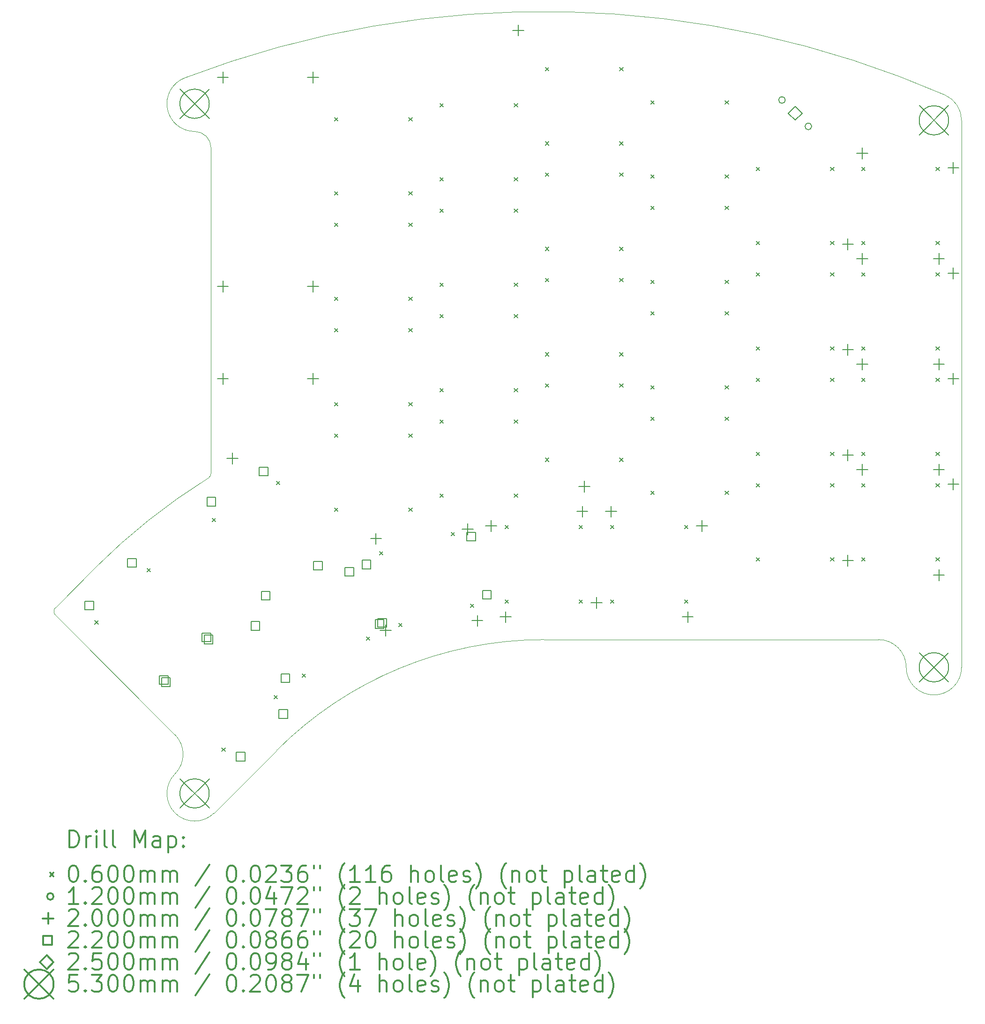
<source format=gbr>
%FSLAX45Y45*%
G04 Gerber Fmt 4.5, Leading zero omitted, Abs format (unit mm)*
G04 Created by KiCad (PCBNEW 5.1.12-84ad8e8a86~92~ubuntu20.04.1) date 2021-11-16 23:39:15*
%MOMM*%
%LPD*%
G01*
G04 APERTURE LIST*
%TA.AperFunction,Profile*%
%ADD10C,0.120000*%
%TD*%
%TA.AperFunction,Profile*%
%ADD11C,0.100000*%
%TD*%
%ADD12C,0.200000*%
%ADD13C,0.300000*%
G04 APERTURE END LIST*
D10*
X7352485Y-12734402D02*
G75*
G02*
X7352485Y-12592980I70711J70711D01*
G01*
D11*
X9510337Y-14892253D02*
G75*
G02*
X9510337Y-15599360I-353553J-353553D01*
G01*
X10217443Y-16306467D02*
G75*
G02*
X9510337Y-15599360I-353553J353553D01*
G01*
X9864130Y-3993217D02*
G75*
G02*
X10161490Y-4290577I0J-297360D01*
G01*
X9864130Y-3993217D02*
G75*
G02*
X9685297Y-3026200I-240J500000D01*
G01*
X22222038Y-13174000D02*
G75*
G02*
X22722038Y-13674000I0J-500000D01*
G01*
X23722038Y-13674000D02*
G75*
G02*
X22722038Y-13674000I-500000J0D01*
G01*
X10161490Y-10169693D02*
G75*
G02*
X10114309Y-10254577I-100000J29D01*
G01*
X10161490Y-4290577D02*
X10161490Y-10169693D01*
X23421413Y-3334354D02*
G75*
G02*
X23722038Y-3792884I-199375J-458530D01*
G01*
X9685297Y-3026200D02*
G75*
G02*
X23421413Y-3334354I6490741J-16973160D01*
G01*
X8061271Y-11884194D02*
G75*
G02*
X10114309Y-10254577I8114767J-8115166D01*
G01*
X7352485Y-12592980D02*
X8061271Y-11884194D01*
X9510337Y-14892253D02*
X7352485Y-12734402D01*
X11350034Y-15173356D02*
X10217443Y-16306467D01*
X11350034Y-15173356D02*
G75*
G02*
X16176038Y-13174360I4826004J-4826004D01*
G01*
X16176038Y-13174360D02*
X22222038Y-13174000D01*
X23722038Y-3792884D02*
X23722038Y-13674000D01*
D12*
X8062499Y-12832945D02*
X8122499Y-12892945D01*
X8122499Y-12832945D02*
X8062499Y-12892945D01*
X9010022Y-11885422D02*
X9070022Y-11945422D01*
X9070022Y-11885422D02*
X9010022Y-11945422D01*
X10184298Y-10983689D02*
X10244298Y-11043689D01*
X10244298Y-10983689D02*
X10184298Y-11043689D01*
X10357061Y-15127507D02*
X10417061Y-15187507D01*
X10417061Y-15127507D02*
X10357061Y-15187507D01*
X11304584Y-14179984D02*
X11364584Y-14239984D01*
X11364584Y-14179984D02*
X11304584Y-14239984D01*
X11344771Y-10313689D02*
X11404771Y-10373689D01*
X11404771Y-10313689D02*
X11344771Y-10373689D01*
X11806797Y-13793942D02*
X11866797Y-13853942D01*
X11866797Y-13793942D02*
X11806797Y-13853942D01*
X12395000Y-3740000D02*
X12455000Y-3800000D01*
X12455000Y-3740000D02*
X12395000Y-3800000D01*
X12395000Y-5080000D02*
X12455000Y-5140000D01*
X12455000Y-5080000D02*
X12395000Y-5140000D01*
X12395000Y-5645000D02*
X12455000Y-5705000D01*
X12455000Y-5645000D02*
X12395000Y-5705000D01*
X12395000Y-6985000D02*
X12455000Y-7045000D01*
X12455000Y-6985000D02*
X12395000Y-7045000D01*
X12395000Y-7550000D02*
X12455000Y-7610000D01*
X12455000Y-7550000D02*
X12395000Y-7610000D01*
X12395000Y-8890000D02*
X12455000Y-8950000D01*
X12455000Y-8890000D02*
X12395000Y-8950000D01*
X12395000Y-9455000D02*
X12455000Y-9515000D01*
X12455000Y-9455000D02*
X12395000Y-9515000D01*
X12395000Y-10795000D02*
X12455000Y-10855000D01*
X12455000Y-10795000D02*
X12395000Y-10855000D01*
X12967271Y-13123942D02*
X13027271Y-13183942D01*
X13027271Y-13123942D02*
X12967271Y-13183942D01*
X13206921Y-11587238D02*
X13266921Y-11647238D01*
X13266921Y-11587238D02*
X13206921Y-11647238D01*
X13553738Y-12881579D02*
X13613738Y-12941579D01*
X13613738Y-12881579D02*
X13553738Y-12941579D01*
X13735000Y-3740000D02*
X13795000Y-3800000D01*
X13795000Y-3740000D02*
X13735000Y-3800000D01*
X13735000Y-5080000D02*
X13795000Y-5140000D01*
X13795000Y-5080000D02*
X13735000Y-5140000D01*
X13735000Y-5645000D02*
X13795000Y-5705000D01*
X13795000Y-5645000D02*
X13735000Y-5705000D01*
X13735000Y-6985000D02*
X13795000Y-7045000D01*
X13795000Y-6985000D02*
X13735000Y-7045000D01*
X13735000Y-7550000D02*
X13795000Y-7610000D01*
X13795000Y-7550000D02*
X13735000Y-7610000D01*
X13735000Y-8890000D02*
X13795000Y-8950000D01*
X13795000Y-8890000D02*
X13735000Y-8950000D01*
X13735000Y-9455000D02*
X13795000Y-9515000D01*
X13795000Y-9455000D02*
X13735000Y-9515000D01*
X13735000Y-10795000D02*
X13795000Y-10855000D01*
X13795000Y-10795000D02*
X13735000Y-10855000D01*
X14300000Y-3490000D02*
X14360000Y-3550000D01*
X14360000Y-3490000D02*
X14300000Y-3550000D01*
X14300000Y-4830000D02*
X14360000Y-4890000D01*
X14360000Y-4830000D02*
X14300000Y-4890000D01*
X14300000Y-5395000D02*
X14360000Y-5455000D01*
X14360000Y-5395000D02*
X14300000Y-5455000D01*
X14300000Y-6735000D02*
X14360000Y-6795000D01*
X14360000Y-6735000D02*
X14300000Y-6795000D01*
X14300000Y-7300000D02*
X14360000Y-7360000D01*
X14360000Y-7300000D02*
X14300000Y-7360000D01*
X14300000Y-8640000D02*
X14360000Y-8700000D01*
X14360000Y-8640000D02*
X14300000Y-8700000D01*
X14300000Y-9205000D02*
X14360000Y-9265000D01*
X14360000Y-9205000D02*
X14300000Y-9265000D01*
X14300000Y-10545000D02*
X14360000Y-10605000D01*
X14360000Y-10545000D02*
X14300000Y-10605000D01*
X14501261Y-11240421D02*
X14561261Y-11300421D01*
X14561261Y-11240421D02*
X14501261Y-11300421D01*
X14848079Y-12534761D02*
X14908079Y-12594761D01*
X14908079Y-12534761D02*
X14848079Y-12594761D01*
X15476000Y-11112000D02*
X15536000Y-11172000D01*
X15536000Y-11112000D02*
X15476000Y-11172000D01*
X15476000Y-12452000D02*
X15536000Y-12512000D01*
X15536000Y-12452000D02*
X15476000Y-12512000D01*
X15640000Y-3490000D02*
X15700000Y-3550000D01*
X15700000Y-3490000D02*
X15640000Y-3550000D01*
X15640000Y-4830000D02*
X15700000Y-4890000D01*
X15700000Y-4830000D02*
X15640000Y-4890000D01*
X15640000Y-5395000D02*
X15700000Y-5455000D01*
X15700000Y-5395000D02*
X15640000Y-5455000D01*
X15640000Y-6735000D02*
X15700000Y-6795000D01*
X15700000Y-6735000D02*
X15640000Y-6795000D01*
X15640000Y-7300000D02*
X15700000Y-7360000D01*
X15700000Y-7300000D02*
X15640000Y-7360000D01*
X15640000Y-8640000D02*
X15700000Y-8700000D01*
X15700000Y-8640000D02*
X15640000Y-8700000D01*
X15640000Y-9205000D02*
X15700000Y-9265000D01*
X15700000Y-9205000D02*
X15640000Y-9265000D01*
X15640000Y-10545000D02*
X15700000Y-10605000D01*
X15700000Y-10545000D02*
X15640000Y-10605000D01*
X16205000Y-2840000D02*
X16265000Y-2900000D01*
X16265000Y-2840000D02*
X16205000Y-2900000D01*
X16205000Y-4180000D02*
X16265000Y-4240000D01*
X16265000Y-4180000D02*
X16205000Y-4240000D01*
X16205000Y-4745000D02*
X16265000Y-4805000D01*
X16265000Y-4745000D02*
X16205000Y-4805000D01*
X16205000Y-6085000D02*
X16265000Y-6145000D01*
X16265000Y-6085000D02*
X16205000Y-6145000D01*
X16205000Y-6650000D02*
X16265000Y-6710000D01*
X16265000Y-6650000D02*
X16205000Y-6710000D01*
X16205000Y-7990000D02*
X16265000Y-8050000D01*
X16265000Y-7990000D02*
X16205000Y-8050000D01*
X16205000Y-8555000D02*
X16265000Y-8615000D01*
X16265000Y-8555000D02*
X16205000Y-8615000D01*
X16205000Y-9895000D02*
X16265000Y-9955000D01*
X16265000Y-9895000D02*
X16205000Y-9955000D01*
X16816000Y-11112000D02*
X16876000Y-11172000D01*
X16876000Y-11112000D02*
X16816000Y-11172000D01*
X16816000Y-12452000D02*
X16876000Y-12512000D01*
X16876000Y-12452000D02*
X16816000Y-12512000D01*
X17381000Y-11112000D02*
X17441000Y-11172000D01*
X17441000Y-11112000D02*
X17381000Y-11172000D01*
X17381000Y-12452000D02*
X17441000Y-12512000D01*
X17441000Y-12452000D02*
X17381000Y-12512000D01*
X17545000Y-2840000D02*
X17605000Y-2900000D01*
X17605000Y-2840000D02*
X17545000Y-2900000D01*
X17545000Y-4180000D02*
X17605000Y-4240000D01*
X17605000Y-4180000D02*
X17545000Y-4240000D01*
X17545000Y-4745000D02*
X17605000Y-4805000D01*
X17605000Y-4745000D02*
X17545000Y-4805000D01*
X17545000Y-6085000D02*
X17605000Y-6145000D01*
X17605000Y-6085000D02*
X17545000Y-6145000D01*
X17545000Y-6650000D02*
X17605000Y-6710000D01*
X17605000Y-6650000D02*
X17545000Y-6710000D01*
X17545000Y-7990000D02*
X17605000Y-8050000D01*
X17605000Y-7990000D02*
X17545000Y-8050000D01*
X17545000Y-8555000D02*
X17605000Y-8615000D01*
X17605000Y-8555000D02*
X17545000Y-8615000D01*
X17545000Y-9895000D02*
X17605000Y-9955000D01*
X17605000Y-9895000D02*
X17545000Y-9955000D01*
X18110000Y-3440000D02*
X18170000Y-3500000D01*
X18170000Y-3440000D02*
X18110000Y-3500000D01*
X18110000Y-4780000D02*
X18170000Y-4840000D01*
X18170000Y-4780000D02*
X18110000Y-4840000D01*
X18110000Y-5345000D02*
X18170000Y-5405000D01*
X18170000Y-5345000D02*
X18110000Y-5405000D01*
X18110000Y-6685000D02*
X18170000Y-6745000D01*
X18170000Y-6685000D02*
X18110000Y-6745000D01*
X18110000Y-7250000D02*
X18170000Y-7310000D01*
X18170000Y-7250000D02*
X18110000Y-7310000D01*
X18110000Y-8590000D02*
X18170000Y-8650000D01*
X18170000Y-8590000D02*
X18110000Y-8650000D01*
X18110000Y-9155000D02*
X18170000Y-9215000D01*
X18170000Y-9155000D02*
X18110000Y-9215000D01*
X18110000Y-10495000D02*
X18170000Y-10555000D01*
X18170000Y-10495000D02*
X18110000Y-10555000D01*
X18721000Y-11112000D02*
X18781000Y-11172000D01*
X18781000Y-11112000D02*
X18721000Y-11172000D01*
X18721000Y-12452000D02*
X18781000Y-12512000D01*
X18781000Y-12452000D02*
X18721000Y-12512000D01*
X19450000Y-3440000D02*
X19510000Y-3500000D01*
X19510000Y-3440000D02*
X19450000Y-3500000D01*
X19450000Y-4780000D02*
X19510000Y-4840000D01*
X19510000Y-4780000D02*
X19450000Y-4840000D01*
X19450000Y-5345000D02*
X19510000Y-5405000D01*
X19510000Y-5345000D02*
X19450000Y-5405000D01*
X19450000Y-6685000D02*
X19510000Y-6745000D01*
X19510000Y-6685000D02*
X19450000Y-6745000D01*
X19450000Y-7250000D02*
X19510000Y-7310000D01*
X19510000Y-7250000D02*
X19450000Y-7310000D01*
X19450000Y-8590000D02*
X19510000Y-8650000D01*
X19510000Y-8590000D02*
X19450000Y-8650000D01*
X19450000Y-9155000D02*
X19510000Y-9215000D01*
X19510000Y-9155000D02*
X19450000Y-9215000D01*
X19450000Y-10495000D02*
X19510000Y-10555000D01*
X19510000Y-10495000D02*
X19450000Y-10555000D01*
X20015000Y-4640000D02*
X20075000Y-4700000D01*
X20075000Y-4640000D02*
X20015000Y-4700000D01*
X20015000Y-5980000D02*
X20075000Y-6040000D01*
X20075000Y-5980000D02*
X20015000Y-6040000D01*
X20015000Y-6545000D02*
X20075000Y-6605000D01*
X20075000Y-6545000D02*
X20015000Y-6605000D01*
X20015000Y-7885000D02*
X20075000Y-7945000D01*
X20075000Y-7885000D02*
X20015000Y-7945000D01*
X20015000Y-8450000D02*
X20075000Y-8510000D01*
X20075000Y-8450000D02*
X20015000Y-8510000D01*
X20015000Y-9790000D02*
X20075000Y-9850000D01*
X20075000Y-9790000D02*
X20015000Y-9850000D01*
X20015000Y-10355000D02*
X20075000Y-10415000D01*
X20075000Y-10355000D02*
X20015000Y-10415000D01*
X20015000Y-11695000D02*
X20075000Y-11755000D01*
X20075000Y-11695000D02*
X20015000Y-11755000D01*
X21355000Y-4640000D02*
X21415000Y-4700000D01*
X21415000Y-4640000D02*
X21355000Y-4700000D01*
X21355000Y-5980000D02*
X21415000Y-6040000D01*
X21415000Y-5980000D02*
X21355000Y-6040000D01*
X21355000Y-6545000D02*
X21415000Y-6605000D01*
X21415000Y-6545000D02*
X21355000Y-6605000D01*
X21355000Y-7885000D02*
X21415000Y-7945000D01*
X21415000Y-7885000D02*
X21355000Y-7945000D01*
X21355000Y-8450000D02*
X21415000Y-8510000D01*
X21415000Y-8450000D02*
X21355000Y-8510000D01*
X21355000Y-9790000D02*
X21415000Y-9850000D01*
X21415000Y-9790000D02*
X21355000Y-9850000D01*
X21355000Y-10355000D02*
X21415000Y-10415000D01*
X21415000Y-10355000D02*
X21355000Y-10415000D01*
X21355000Y-11695000D02*
X21415000Y-11755000D01*
X21415000Y-11695000D02*
X21355000Y-11755000D01*
X21920000Y-4640000D02*
X21980000Y-4700000D01*
X21980000Y-4640000D02*
X21920000Y-4700000D01*
X21920000Y-5980000D02*
X21980000Y-6040000D01*
X21980000Y-5980000D02*
X21920000Y-6040000D01*
X21920000Y-6545000D02*
X21980000Y-6605000D01*
X21980000Y-6545000D02*
X21920000Y-6605000D01*
X21920000Y-7885000D02*
X21980000Y-7945000D01*
X21980000Y-7885000D02*
X21920000Y-7945000D01*
X21920000Y-8450000D02*
X21980000Y-8510000D01*
X21980000Y-8450000D02*
X21920000Y-8510000D01*
X21920000Y-9790000D02*
X21980000Y-9850000D01*
X21980000Y-9790000D02*
X21920000Y-9850000D01*
X21920000Y-10355000D02*
X21980000Y-10415000D01*
X21980000Y-10355000D02*
X21920000Y-10415000D01*
X21920000Y-11695000D02*
X21980000Y-11755000D01*
X21980000Y-11695000D02*
X21920000Y-11755000D01*
X23260000Y-4640000D02*
X23320000Y-4700000D01*
X23320000Y-4640000D02*
X23260000Y-4700000D01*
X23260000Y-5980000D02*
X23320000Y-6040000D01*
X23320000Y-5980000D02*
X23260000Y-6040000D01*
X23260000Y-6545000D02*
X23320000Y-6605000D01*
X23320000Y-6545000D02*
X23260000Y-6605000D01*
X23260000Y-7885000D02*
X23320000Y-7945000D01*
X23320000Y-7885000D02*
X23260000Y-7945000D01*
X23260000Y-8450000D02*
X23320000Y-8510000D01*
X23320000Y-8450000D02*
X23260000Y-8510000D01*
X23260000Y-9790000D02*
X23320000Y-9850000D01*
X23320000Y-9790000D02*
X23260000Y-9850000D01*
X23260000Y-10355000D02*
X23320000Y-10415000D01*
X23320000Y-10355000D02*
X23260000Y-10415000D01*
X23260000Y-11695000D02*
X23320000Y-11755000D01*
X23320000Y-11695000D02*
X23260000Y-11755000D01*
X20536875Y-3425625D02*
G75*
G03*
X20536875Y-3425625I-60000J0D01*
G01*
X21013125Y-3901875D02*
G75*
G03*
X21013125Y-3901875I-60000J0D01*
G01*
X10375625Y-2915750D02*
X10375625Y-3115750D01*
X10275625Y-3015750D02*
X10475625Y-3015750D01*
X10375625Y-6691250D02*
X10375625Y-6891250D01*
X10275625Y-6791250D02*
X10475625Y-6791250D01*
X10375625Y-8358125D02*
X10375625Y-8558125D01*
X10275625Y-8458125D02*
X10475625Y-8458125D01*
X10550000Y-9800000D02*
X10550000Y-10000000D01*
X10450000Y-9900000D02*
X10650000Y-9900000D01*
X12004375Y-2915750D02*
X12004375Y-3115750D01*
X11904375Y-3015750D02*
X12104375Y-3015750D01*
X12004375Y-6691250D02*
X12004375Y-6891250D01*
X11904375Y-6791250D02*
X12104375Y-6791250D01*
X12004375Y-8358125D02*
X12004375Y-8558125D01*
X11904375Y-8458125D02*
X12104375Y-8458125D01*
X13142192Y-11250155D02*
X13142192Y-11450155D01*
X13042192Y-11350155D02*
X13242192Y-11350155D01*
X13316655Y-12906308D02*
X13316655Y-13106308D01*
X13216655Y-13006308D02*
X13416655Y-13006308D01*
X14798344Y-11075692D02*
X14798344Y-11275692D01*
X14698344Y-11175692D02*
X14898344Y-11175692D01*
X14972808Y-12731844D02*
X14972808Y-12931844D01*
X14872808Y-12831844D02*
X15072808Y-12831844D01*
X15223500Y-11019625D02*
X15223500Y-11219625D01*
X15123500Y-11119625D02*
X15323500Y-11119625D01*
X15483625Y-12664500D02*
X15483625Y-12864500D01*
X15383625Y-12764500D02*
X15583625Y-12764500D01*
X15714375Y-2065937D02*
X15714375Y-2265938D01*
X15614375Y-2165938D02*
X15814375Y-2165938D01*
X16868375Y-10759500D02*
X16868375Y-10959500D01*
X16768375Y-10859500D02*
X16968375Y-10859500D01*
X16905000Y-10305000D02*
X16905000Y-10505000D01*
X16805000Y-10405000D02*
X17005000Y-10405000D01*
X17128500Y-12404375D02*
X17128500Y-12604375D01*
X17028500Y-12504375D02*
X17228500Y-12504375D01*
X17128500Y-12404375D02*
X17128500Y-12604375D01*
X17028500Y-12504375D02*
X17228500Y-12504375D01*
X17388625Y-10759500D02*
X17388625Y-10959500D01*
X17288625Y-10859500D02*
X17488625Y-10859500D01*
X18773375Y-12664500D02*
X18773375Y-12864500D01*
X18673375Y-12764500D02*
X18873375Y-12764500D01*
X19033500Y-11019625D02*
X19033500Y-11219625D01*
X18933500Y-11119625D02*
X19133500Y-11119625D01*
X21667500Y-5932375D02*
X21667500Y-6132375D01*
X21567500Y-6032375D02*
X21767500Y-6032375D01*
X21667500Y-7837375D02*
X21667500Y-8037375D01*
X21567500Y-7937375D02*
X21767500Y-7937375D01*
X21667500Y-9742375D02*
X21667500Y-9942375D01*
X21567500Y-9842375D02*
X21767500Y-9842375D01*
X21667500Y-11647375D02*
X21667500Y-11847375D01*
X21567500Y-11747375D02*
X21767500Y-11747375D01*
X21927625Y-4287500D02*
X21927625Y-4487500D01*
X21827625Y-4387500D02*
X22027625Y-4387500D01*
X21927625Y-6192500D02*
X21927625Y-6392500D01*
X21827625Y-6292500D02*
X22027625Y-6292500D01*
X21927625Y-8097500D02*
X21927625Y-8297500D01*
X21827625Y-8197500D02*
X22027625Y-8197500D01*
X21927625Y-10002500D02*
X21927625Y-10202500D01*
X21827625Y-10102500D02*
X22027625Y-10102500D01*
X23312375Y-6192500D02*
X23312375Y-6392500D01*
X23212375Y-6292500D02*
X23412375Y-6292500D01*
X23312375Y-8097500D02*
X23312375Y-8297500D01*
X23212375Y-8197500D02*
X23412375Y-8197500D01*
X23312375Y-10002500D02*
X23312375Y-10202500D01*
X23212375Y-10102500D02*
X23412375Y-10102500D01*
X23312375Y-11907500D02*
X23312375Y-12107500D01*
X23212375Y-12007500D02*
X23412375Y-12007500D01*
X23572500Y-4547625D02*
X23572500Y-4747625D01*
X23472500Y-4647625D02*
X23672500Y-4647625D01*
X23572500Y-6452625D02*
X23572500Y-6652625D01*
X23472500Y-6552625D02*
X23672500Y-6552625D01*
X23572500Y-8357625D02*
X23572500Y-8557625D01*
X23472500Y-8457625D02*
X23672500Y-8457625D01*
X23572500Y-10262625D02*
X23572500Y-10462625D01*
X23472500Y-10362625D02*
X23672500Y-10362625D01*
X8039361Y-12633429D02*
X8039361Y-12477864D01*
X7883796Y-12477864D01*
X7883796Y-12633429D01*
X8039361Y-12633429D01*
X8810108Y-11862683D02*
X8810108Y-11707118D01*
X8654543Y-11707118D01*
X8654543Y-11862683D01*
X8810108Y-11862683D01*
X9386400Y-13980468D02*
X9386400Y-13824903D01*
X9230835Y-13824903D01*
X9230835Y-13980468D01*
X9386400Y-13980468D01*
X9425290Y-14019359D02*
X9425290Y-13863794D01*
X9269725Y-13863794D01*
X9269725Y-14019359D01*
X9425290Y-14019359D01*
X10157146Y-13209721D02*
X10157146Y-13054156D01*
X10001581Y-13054156D01*
X10001581Y-13209721D01*
X10157146Y-13209721D01*
X10196037Y-13248612D02*
X10196037Y-13093047D01*
X10040472Y-13093047D01*
X10040472Y-13248612D01*
X10196037Y-13248612D01*
X10245837Y-10761009D02*
X10245837Y-10605444D01*
X10090272Y-10605444D01*
X10090272Y-10761009D01*
X10245837Y-10761009D01*
X10772329Y-15366397D02*
X10772329Y-15210832D01*
X10616764Y-15210832D01*
X10616764Y-15366397D01*
X10772329Y-15366397D01*
X11039116Y-13005009D02*
X11039116Y-12849444D01*
X10883551Y-12849444D01*
X10883551Y-13005009D01*
X11039116Y-13005009D01*
X11189804Y-10216009D02*
X11189804Y-10060444D01*
X11034240Y-10060444D01*
X11034240Y-10216009D01*
X11189804Y-10216009D01*
X11225837Y-12458419D02*
X11225837Y-12302854D01*
X11070272Y-12302854D01*
X11070272Y-12458419D01*
X11225837Y-12458419D01*
X11543075Y-14595651D02*
X11543075Y-14440086D01*
X11387510Y-14440086D01*
X11387510Y-14595651D01*
X11543075Y-14595651D01*
X11584116Y-13948976D02*
X11584116Y-13793411D01*
X11428551Y-13793411D01*
X11428551Y-13948976D01*
X11584116Y-13948976D01*
X12169804Y-11913419D02*
X12169804Y-11757854D01*
X12014239Y-11757854D01*
X12014239Y-11913419D01*
X12169804Y-11913419D01*
X12736526Y-12025009D02*
X12736526Y-11869444D01*
X12580961Y-11869444D01*
X12580961Y-12025009D01*
X12736526Y-12025009D01*
X13047205Y-11896321D02*
X13047205Y-11740756D01*
X12891640Y-11740756D01*
X12891640Y-11896321D01*
X13047205Y-11896321D01*
X13281526Y-12968976D02*
X13281526Y-12813411D01*
X13125961Y-12813411D01*
X13125961Y-12968976D01*
X13281526Y-12968976D01*
X13329318Y-12949180D02*
X13329318Y-12793615D01*
X13173753Y-12793615D01*
X13173753Y-12949180D01*
X13329318Y-12949180D01*
X14940420Y-11389036D02*
X14940420Y-11233471D01*
X14784855Y-11233471D01*
X14784855Y-11389036D01*
X14940420Y-11389036D01*
X15222533Y-12441895D02*
X15222533Y-12286330D01*
X15066968Y-12286330D01*
X15066968Y-12441895D01*
X15222533Y-12441895D01*
X20715000Y-3788750D02*
X20840000Y-3663750D01*
X20715000Y-3538750D01*
X20590000Y-3663750D01*
X20715000Y-3788750D01*
X9598890Y-3228217D02*
X10128890Y-3758217D01*
X10128890Y-3228217D02*
X9598890Y-3758217D01*
X10128890Y-3493217D02*
G75*
G03*
X10128890Y-3493217I-265000J0D01*
G01*
X9598890Y-15687914D02*
X10128890Y-16217914D01*
X10128890Y-15687914D02*
X9598890Y-16217914D01*
X10128890Y-15952914D02*
G75*
G03*
X10128890Y-15952914I-265000J0D01*
G01*
X22957038Y-3527884D02*
X23487038Y-4057884D01*
X23487038Y-3527884D02*
X22957038Y-4057884D01*
X23487038Y-3792884D02*
G75*
G03*
X23487038Y-3792884I-265000J0D01*
G01*
X22957038Y-13409000D02*
X23487038Y-13939000D01*
X23487038Y-13409000D02*
X22957038Y-13939000D01*
X23487038Y-13674000D02*
G75*
G03*
X23487038Y-13674000I-265000J0D01*
G01*
D13*
X7603624Y-16923628D02*
X7603624Y-16623628D01*
X7675052Y-16623628D01*
X7717910Y-16637914D01*
X7746481Y-16666485D01*
X7760767Y-16695057D01*
X7775052Y-16752199D01*
X7775052Y-16795057D01*
X7760767Y-16852200D01*
X7746481Y-16880771D01*
X7717910Y-16909342D01*
X7675052Y-16923628D01*
X7603624Y-16923628D01*
X7903624Y-16923628D02*
X7903624Y-16723628D01*
X7903624Y-16780771D02*
X7917910Y-16752199D01*
X7932195Y-16737914D01*
X7960767Y-16723628D01*
X7989338Y-16723628D01*
X8089338Y-16923628D02*
X8089338Y-16723628D01*
X8089338Y-16623628D02*
X8075052Y-16637914D01*
X8089338Y-16652199D01*
X8103624Y-16637914D01*
X8089338Y-16623628D01*
X8089338Y-16652199D01*
X8275052Y-16923628D02*
X8246481Y-16909342D01*
X8232195Y-16880771D01*
X8232195Y-16623628D01*
X8432195Y-16923628D02*
X8403624Y-16909342D01*
X8389338Y-16880771D01*
X8389338Y-16623628D01*
X8775053Y-16923628D02*
X8775053Y-16623628D01*
X8875053Y-16837914D01*
X8975053Y-16623628D01*
X8975053Y-16923628D01*
X9246481Y-16923628D02*
X9246481Y-16766485D01*
X9232195Y-16737914D01*
X9203624Y-16723628D01*
X9146481Y-16723628D01*
X9117910Y-16737914D01*
X9246481Y-16909342D02*
X9217910Y-16923628D01*
X9146481Y-16923628D01*
X9117910Y-16909342D01*
X9103624Y-16880771D01*
X9103624Y-16852200D01*
X9117910Y-16823628D01*
X9146481Y-16809342D01*
X9217910Y-16809342D01*
X9246481Y-16795057D01*
X9389338Y-16723628D02*
X9389338Y-17023628D01*
X9389338Y-16737914D02*
X9417910Y-16723628D01*
X9475053Y-16723628D01*
X9503624Y-16737914D01*
X9517910Y-16752199D01*
X9532195Y-16780771D01*
X9532195Y-16866485D01*
X9517910Y-16895057D01*
X9503624Y-16909342D01*
X9475053Y-16923628D01*
X9417910Y-16923628D01*
X9389338Y-16909342D01*
X9660767Y-16895057D02*
X9675053Y-16909342D01*
X9660767Y-16923628D01*
X9646481Y-16909342D01*
X9660767Y-16895057D01*
X9660767Y-16923628D01*
X9660767Y-16737914D02*
X9675053Y-16752199D01*
X9660767Y-16766485D01*
X9646481Y-16752199D01*
X9660767Y-16737914D01*
X9660767Y-16766485D01*
X7257195Y-17387914D02*
X7317195Y-17447914D01*
X7317195Y-17387914D02*
X7257195Y-17447914D01*
X7660767Y-17253628D02*
X7689338Y-17253628D01*
X7717910Y-17267914D01*
X7732195Y-17282200D01*
X7746481Y-17310771D01*
X7760767Y-17367914D01*
X7760767Y-17439342D01*
X7746481Y-17496485D01*
X7732195Y-17525057D01*
X7717910Y-17539342D01*
X7689338Y-17553628D01*
X7660767Y-17553628D01*
X7632195Y-17539342D01*
X7617910Y-17525057D01*
X7603624Y-17496485D01*
X7589338Y-17439342D01*
X7589338Y-17367914D01*
X7603624Y-17310771D01*
X7617910Y-17282200D01*
X7632195Y-17267914D01*
X7660767Y-17253628D01*
X7889338Y-17525057D02*
X7903624Y-17539342D01*
X7889338Y-17553628D01*
X7875052Y-17539342D01*
X7889338Y-17525057D01*
X7889338Y-17553628D01*
X8160767Y-17253628D02*
X8103624Y-17253628D01*
X8075052Y-17267914D01*
X8060767Y-17282200D01*
X8032195Y-17325057D01*
X8017910Y-17382200D01*
X8017910Y-17496485D01*
X8032195Y-17525057D01*
X8046481Y-17539342D01*
X8075052Y-17553628D01*
X8132195Y-17553628D01*
X8160767Y-17539342D01*
X8175052Y-17525057D01*
X8189338Y-17496485D01*
X8189338Y-17425057D01*
X8175052Y-17396485D01*
X8160767Y-17382200D01*
X8132195Y-17367914D01*
X8075052Y-17367914D01*
X8046481Y-17382200D01*
X8032195Y-17396485D01*
X8017910Y-17425057D01*
X8375052Y-17253628D02*
X8403624Y-17253628D01*
X8432195Y-17267914D01*
X8446481Y-17282200D01*
X8460767Y-17310771D01*
X8475053Y-17367914D01*
X8475053Y-17439342D01*
X8460767Y-17496485D01*
X8446481Y-17525057D01*
X8432195Y-17539342D01*
X8403624Y-17553628D01*
X8375052Y-17553628D01*
X8346481Y-17539342D01*
X8332195Y-17525057D01*
X8317910Y-17496485D01*
X8303624Y-17439342D01*
X8303624Y-17367914D01*
X8317910Y-17310771D01*
X8332195Y-17282200D01*
X8346481Y-17267914D01*
X8375052Y-17253628D01*
X8660767Y-17253628D02*
X8689338Y-17253628D01*
X8717910Y-17267914D01*
X8732195Y-17282200D01*
X8746481Y-17310771D01*
X8760767Y-17367914D01*
X8760767Y-17439342D01*
X8746481Y-17496485D01*
X8732195Y-17525057D01*
X8717910Y-17539342D01*
X8689338Y-17553628D01*
X8660767Y-17553628D01*
X8632195Y-17539342D01*
X8617910Y-17525057D01*
X8603624Y-17496485D01*
X8589338Y-17439342D01*
X8589338Y-17367914D01*
X8603624Y-17310771D01*
X8617910Y-17282200D01*
X8632195Y-17267914D01*
X8660767Y-17253628D01*
X8889338Y-17553628D02*
X8889338Y-17353628D01*
X8889338Y-17382200D02*
X8903624Y-17367914D01*
X8932195Y-17353628D01*
X8975053Y-17353628D01*
X9003624Y-17367914D01*
X9017910Y-17396485D01*
X9017910Y-17553628D01*
X9017910Y-17396485D02*
X9032195Y-17367914D01*
X9060767Y-17353628D01*
X9103624Y-17353628D01*
X9132195Y-17367914D01*
X9146481Y-17396485D01*
X9146481Y-17553628D01*
X9289338Y-17553628D02*
X9289338Y-17353628D01*
X9289338Y-17382200D02*
X9303624Y-17367914D01*
X9332195Y-17353628D01*
X9375053Y-17353628D01*
X9403624Y-17367914D01*
X9417910Y-17396485D01*
X9417910Y-17553628D01*
X9417910Y-17396485D02*
X9432195Y-17367914D01*
X9460767Y-17353628D01*
X9503624Y-17353628D01*
X9532195Y-17367914D01*
X9546481Y-17396485D01*
X9546481Y-17553628D01*
X10132195Y-17239342D02*
X9875053Y-17625057D01*
X10517910Y-17253628D02*
X10546481Y-17253628D01*
X10575053Y-17267914D01*
X10589338Y-17282200D01*
X10603624Y-17310771D01*
X10617910Y-17367914D01*
X10617910Y-17439342D01*
X10603624Y-17496485D01*
X10589338Y-17525057D01*
X10575053Y-17539342D01*
X10546481Y-17553628D01*
X10517910Y-17553628D01*
X10489338Y-17539342D01*
X10475053Y-17525057D01*
X10460767Y-17496485D01*
X10446481Y-17439342D01*
X10446481Y-17367914D01*
X10460767Y-17310771D01*
X10475053Y-17282200D01*
X10489338Y-17267914D01*
X10517910Y-17253628D01*
X10746481Y-17525057D02*
X10760767Y-17539342D01*
X10746481Y-17553628D01*
X10732195Y-17539342D01*
X10746481Y-17525057D01*
X10746481Y-17553628D01*
X10946481Y-17253628D02*
X10975053Y-17253628D01*
X11003624Y-17267914D01*
X11017910Y-17282200D01*
X11032195Y-17310771D01*
X11046481Y-17367914D01*
X11046481Y-17439342D01*
X11032195Y-17496485D01*
X11017910Y-17525057D01*
X11003624Y-17539342D01*
X10975053Y-17553628D01*
X10946481Y-17553628D01*
X10917910Y-17539342D01*
X10903624Y-17525057D01*
X10889338Y-17496485D01*
X10875053Y-17439342D01*
X10875053Y-17367914D01*
X10889338Y-17310771D01*
X10903624Y-17282200D01*
X10917910Y-17267914D01*
X10946481Y-17253628D01*
X11160767Y-17282200D02*
X11175053Y-17267914D01*
X11203624Y-17253628D01*
X11275052Y-17253628D01*
X11303624Y-17267914D01*
X11317910Y-17282200D01*
X11332195Y-17310771D01*
X11332195Y-17339342D01*
X11317910Y-17382200D01*
X11146481Y-17553628D01*
X11332195Y-17553628D01*
X11432195Y-17253628D02*
X11617910Y-17253628D01*
X11517910Y-17367914D01*
X11560767Y-17367914D01*
X11589338Y-17382200D01*
X11603624Y-17396485D01*
X11617910Y-17425057D01*
X11617910Y-17496485D01*
X11603624Y-17525057D01*
X11589338Y-17539342D01*
X11560767Y-17553628D01*
X11475052Y-17553628D01*
X11446481Y-17539342D01*
X11432195Y-17525057D01*
X11875052Y-17253628D02*
X11817910Y-17253628D01*
X11789338Y-17267914D01*
X11775052Y-17282200D01*
X11746481Y-17325057D01*
X11732195Y-17382200D01*
X11732195Y-17496485D01*
X11746481Y-17525057D01*
X11760767Y-17539342D01*
X11789338Y-17553628D01*
X11846481Y-17553628D01*
X11875052Y-17539342D01*
X11889338Y-17525057D01*
X11903624Y-17496485D01*
X11903624Y-17425057D01*
X11889338Y-17396485D01*
X11875052Y-17382200D01*
X11846481Y-17367914D01*
X11789338Y-17367914D01*
X11760767Y-17382200D01*
X11746481Y-17396485D01*
X11732195Y-17425057D01*
X12017910Y-17253628D02*
X12017910Y-17310771D01*
X12132195Y-17253628D02*
X12132195Y-17310771D01*
X12575052Y-17667914D02*
X12560767Y-17653628D01*
X12532195Y-17610771D01*
X12517910Y-17582200D01*
X12503624Y-17539342D01*
X12489338Y-17467914D01*
X12489338Y-17410771D01*
X12503624Y-17339342D01*
X12517910Y-17296485D01*
X12532195Y-17267914D01*
X12560767Y-17225057D01*
X12575052Y-17210771D01*
X12846481Y-17553628D02*
X12675052Y-17553628D01*
X12760767Y-17553628D02*
X12760767Y-17253628D01*
X12732195Y-17296485D01*
X12703624Y-17325057D01*
X12675052Y-17339342D01*
X13132195Y-17553628D02*
X12960767Y-17553628D01*
X13046481Y-17553628D02*
X13046481Y-17253628D01*
X13017910Y-17296485D01*
X12989338Y-17325057D01*
X12960767Y-17339342D01*
X13389338Y-17253628D02*
X13332195Y-17253628D01*
X13303624Y-17267914D01*
X13289338Y-17282200D01*
X13260767Y-17325057D01*
X13246481Y-17382200D01*
X13246481Y-17496485D01*
X13260767Y-17525057D01*
X13275052Y-17539342D01*
X13303624Y-17553628D01*
X13360767Y-17553628D01*
X13389338Y-17539342D01*
X13403624Y-17525057D01*
X13417910Y-17496485D01*
X13417910Y-17425057D01*
X13403624Y-17396485D01*
X13389338Y-17382200D01*
X13360767Y-17367914D01*
X13303624Y-17367914D01*
X13275052Y-17382200D01*
X13260767Y-17396485D01*
X13246481Y-17425057D01*
X13775052Y-17553628D02*
X13775052Y-17253628D01*
X13903624Y-17553628D02*
X13903624Y-17396485D01*
X13889338Y-17367914D01*
X13860767Y-17353628D01*
X13817910Y-17353628D01*
X13789338Y-17367914D01*
X13775052Y-17382200D01*
X14089338Y-17553628D02*
X14060767Y-17539342D01*
X14046481Y-17525057D01*
X14032195Y-17496485D01*
X14032195Y-17410771D01*
X14046481Y-17382200D01*
X14060767Y-17367914D01*
X14089338Y-17353628D01*
X14132195Y-17353628D01*
X14160767Y-17367914D01*
X14175052Y-17382200D01*
X14189338Y-17410771D01*
X14189338Y-17496485D01*
X14175052Y-17525057D01*
X14160767Y-17539342D01*
X14132195Y-17553628D01*
X14089338Y-17553628D01*
X14360767Y-17553628D02*
X14332195Y-17539342D01*
X14317910Y-17510771D01*
X14317910Y-17253628D01*
X14589338Y-17539342D02*
X14560767Y-17553628D01*
X14503624Y-17553628D01*
X14475052Y-17539342D01*
X14460767Y-17510771D01*
X14460767Y-17396485D01*
X14475052Y-17367914D01*
X14503624Y-17353628D01*
X14560767Y-17353628D01*
X14589338Y-17367914D01*
X14603624Y-17396485D01*
X14603624Y-17425057D01*
X14460767Y-17453628D01*
X14717910Y-17539342D02*
X14746481Y-17553628D01*
X14803624Y-17553628D01*
X14832195Y-17539342D01*
X14846481Y-17510771D01*
X14846481Y-17496485D01*
X14832195Y-17467914D01*
X14803624Y-17453628D01*
X14760767Y-17453628D01*
X14732195Y-17439342D01*
X14717910Y-17410771D01*
X14717910Y-17396485D01*
X14732195Y-17367914D01*
X14760767Y-17353628D01*
X14803624Y-17353628D01*
X14832195Y-17367914D01*
X14946481Y-17667914D02*
X14960767Y-17653628D01*
X14989338Y-17610771D01*
X15003624Y-17582200D01*
X15017910Y-17539342D01*
X15032195Y-17467914D01*
X15032195Y-17410771D01*
X15017910Y-17339342D01*
X15003624Y-17296485D01*
X14989338Y-17267914D01*
X14960767Y-17225057D01*
X14946481Y-17210771D01*
X15489338Y-17667914D02*
X15475052Y-17653628D01*
X15446481Y-17610771D01*
X15432195Y-17582200D01*
X15417910Y-17539342D01*
X15403624Y-17467914D01*
X15403624Y-17410771D01*
X15417910Y-17339342D01*
X15432195Y-17296485D01*
X15446481Y-17267914D01*
X15475052Y-17225057D01*
X15489338Y-17210771D01*
X15603624Y-17353628D02*
X15603624Y-17553628D01*
X15603624Y-17382200D02*
X15617910Y-17367914D01*
X15646481Y-17353628D01*
X15689338Y-17353628D01*
X15717910Y-17367914D01*
X15732195Y-17396485D01*
X15732195Y-17553628D01*
X15917910Y-17553628D02*
X15889338Y-17539342D01*
X15875052Y-17525057D01*
X15860767Y-17496485D01*
X15860767Y-17410771D01*
X15875052Y-17382200D01*
X15889338Y-17367914D01*
X15917910Y-17353628D01*
X15960767Y-17353628D01*
X15989338Y-17367914D01*
X16003624Y-17382200D01*
X16017910Y-17410771D01*
X16017910Y-17496485D01*
X16003624Y-17525057D01*
X15989338Y-17539342D01*
X15960767Y-17553628D01*
X15917910Y-17553628D01*
X16103624Y-17353628D02*
X16217910Y-17353628D01*
X16146481Y-17253628D02*
X16146481Y-17510771D01*
X16160767Y-17539342D01*
X16189338Y-17553628D01*
X16217910Y-17553628D01*
X16546481Y-17353628D02*
X16546481Y-17653628D01*
X16546481Y-17367914D02*
X16575052Y-17353628D01*
X16632195Y-17353628D01*
X16660767Y-17367914D01*
X16675052Y-17382200D01*
X16689338Y-17410771D01*
X16689338Y-17496485D01*
X16675052Y-17525057D01*
X16660767Y-17539342D01*
X16632195Y-17553628D01*
X16575052Y-17553628D01*
X16546481Y-17539342D01*
X16860767Y-17553628D02*
X16832195Y-17539342D01*
X16817910Y-17510771D01*
X16817910Y-17253628D01*
X17103624Y-17553628D02*
X17103624Y-17396485D01*
X17089338Y-17367914D01*
X17060767Y-17353628D01*
X17003624Y-17353628D01*
X16975053Y-17367914D01*
X17103624Y-17539342D02*
X17075053Y-17553628D01*
X17003624Y-17553628D01*
X16975053Y-17539342D01*
X16960767Y-17510771D01*
X16960767Y-17482200D01*
X16975053Y-17453628D01*
X17003624Y-17439342D01*
X17075053Y-17439342D01*
X17103624Y-17425057D01*
X17203624Y-17353628D02*
X17317910Y-17353628D01*
X17246481Y-17253628D02*
X17246481Y-17510771D01*
X17260767Y-17539342D01*
X17289338Y-17553628D01*
X17317910Y-17553628D01*
X17532195Y-17539342D02*
X17503624Y-17553628D01*
X17446481Y-17553628D01*
X17417910Y-17539342D01*
X17403624Y-17510771D01*
X17403624Y-17396485D01*
X17417910Y-17367914D01*
X17446481Y-17353628D01*
X17503624Y-17353628D01*
X17532195Y-17367914D01*
X17546481Y-17396485D01*
X17546481Y-17425057D01*
X17403624Y-17453628D01*
X17803624Y-17553628D02*
X17803624Y-17253628D01*
X17803624Y-17539342D02*
X17775053Y-17553628D01*
X17717910Y-17553628D01*
X17689338Y-17539342D01*
X17675053Y-17525057D01*
X17660767Y-17496485D01*
X17660767Y-17410771D01*
X17675053Y-17382200D01*
X17689338Y-17367914D01*
X17717910Y-17353628D01*
X17775053Y-17353628D01*
X17803624Y-17367914D01*
X17917910Y-17667914D02*
X17932195Y-17653628D01*
X17960767Y-17610771D01*
X17975053Y-17582200D01*
X17989338Y-17539342D01*
X18003624Y-17467914D01*
X18003624Y-17410771D01*
X17989338Y-17339342D01*
X17975053Y-17296485D01*
X17960767Y-17267914D01*
X17932195Y-17225057D01*
X17917910Y-17210771D01*
X7317195Y-17813914D02*
G75*
G03*
X7317195Y-17813914I-60000J0D01*
G01*
X7760767Y-17949628D02*
X7589338Y-17949628D01*
X7675052Y-17949628D02*
X7675052Y-17649628D01*
X7646481Y-17692485D01*
X7617910Y-17721057D01*
X7589338Y-17735342D01*
X7889338Y-17921057D02*
X7903624Y-17935342D01*
X7889338Y-17949628D01*
X7875052Y-17935342D01*
X7889338Y-17921057D01*
X7889338Y-17949628D01*
X8017910Y-17678200D02*
X8032195Y-17663914D01*
X8060767Y-17649628D01*
X8132195Y-17649628D01*
X8160767Y-17663914D01*
X8175052Y-17678200D01*
X8189338Y-17706771D01*
X8189338Y-17735342D01*
X8175052Y-17778200D01*
X8003624Y-17949628D01*
X8189338Y-17949628D01*
X8375052Y-17649628D02*
X8403624Y-17649628D01*
X8432195Y-17663914D01*
X8446481Y-17678200D01*
X8460767Y-17706771D01*
X8475053Y-17763914D01*
X8475053Y-17835342D01*
X8460767Y-17892485D01*
X8446481Y-17921057D01*
X8432195Y-17935342D01*
X8403624Y-17949628D01*
X8375052Y-17949628D01*
X8346481Y-17935342D01*
X8332195Y-17921057D01*
X8317910Y-17892485D01*
X8303624Y-17835342D01*
X8303624Y-17763914D01*
X8317910Y-17706771D01*
X8332195Y-17678200D01*
X8346481Y-17663914D01*
X8375052Y-17649628D01*
X8660767Y-17649628D02*
X8689338Y-17649628D01*
X8717910Y-17663914D01*
X8732195Y-17678200D01*
X8746481Y-17706771D01*
X8760767Y-17763914D01*
X8760767Y-17835342D01*
X8746481Y-17892485D01*
X8732195Y-17921057D01*
X8717910Y-17935342D01*
X8689338Y-17949628D01*
X8660767Y-17949628D01*
X8632195Y-17935342D01*
X8617910Y-17921057D01*
X8603624Y-17892485D01*
X8589338Y-17835342D01*
X8589338Y-17763914D01*
X8603624Y-17706771D01*
X8617910Y-17678200D01*
X8632195Y-17663914D01*
X8660767Y-17649628D01*
X8889338Y-17949628D02*
X8889338Y-17749628D01*
X8889338Y-17778200D02*
X8903624Y-17763914D01*
X8932195Y-17749628D01*
X8975053Y-17749628D01*
X9003624Y-17763914D01*
X9017910Y-17792485D01*
X9017910Y-17949628D01*
X9017910Y-17792485D02*
X9032195Y-17763914D01*
X9060767Y-17749628D01*
X9103624Y-17749628D01*
X9132195Y-17763914D01*
X9146481Y-17792485D01*
X9146481Y-17949628D01*
X9289338Y-17949628D02*
X9289338Y-17749628D01*
X9289338Y-17778200D02*
X9303624Y-17763914D01*
X9332195Y-17749628D01*
X9375053Y-17749628D01*
X9403624Y-17763914D01*
X9417910Y-17792485D01*
X9417910Y-17949628D01*
X9417910Y-17792485D02*
X9432195Y-17763914D01*
X9460767Y-17749628D01*
X9503624Y-17749628D01*
X9532195Y-17763914D01*
X9546481Y-17792485D01*
X9546481Y-17949628D01*
X10132195Y-17635342D02*
X9875053Y-18021057D01*
X10517910Y-17649628D02*
X10546481Y-17649628D01*
X10575053Y-17663914D01*
X10589338Y-17678200D01*
X10603624Y-17706771D01*
X10617910Y-17763914D01*
X10617910Y-17835342D01*
X10603624Y-17892485D01*
X10589338Y-17921057D01*
X10575053Y-17935342D01*
X10546481Y-17949628D01*
X10517910Y-17949628D01*
X10489338Y-17935342D01*
X10475053Y-17921057D01*
X10460767Y-17892485D01*
X10446481Y-17835342D01*
X10446481Y-17763914D01*
X10460767Y-17706771D01*
X10475053Y-17678200D01*
X10489338Y-17663914D01*
X10517910Y-17649628D01*
X10746481Y-17921057D02*
X10760767Y-17935342D01*
X10746481Y-17949628D01*
X10732195Y-17935342D01*
X10746481Y-17921057D01*
X10746481Y-17949628D01*
X10946481Y-17649628D02*
X10975053Y-17649628D01*
X11003624Y-17663914D01*
X11017910Y-17678200D01*
X11032195Y-17706771D01*
X11046481Y-17763914D01*
X11046481Y-17835342D01*
X11032195Y-17892485D01*
X11017910Y-17921057D01*
X11003624Y-17935342D01*
X10975053Y-17949628D01*
X10946481Y-17949628D01*
X10917910Y-17935342D01*
X10903624Y-17921057D01*
X10889338Y-17892485D01*
X10875053Y-17835342D01*
X10875053Y-17763914D01*
X10889338Y-17706771D01*
X10903624Y-17678200D01*
X10917910Y-17663914D01*
X10946481Y-17649628D01*
X11303624Y-17749628D02*
X11303624Y-17949628D01*
X11232195Y-17635342D02*
X11160767Y-17849628D01*
X11346481Y-17849628D01*
X11432195Y-17649628D02*
X11632195Y-17649628D01*
X11503624Y-17949628D01*
X11732195Y-17678200D02*
X11746481Y-17663914D01*
X11775052Y-17649628D01*
X11846481Y-17649628D01*
X11875052Y-17663914D01*
X11889338Y-17678200D01*
X11903624Y-17706771D01*
X11903624Y-17735342D01*
X11889338Y-17778200D01*
X11717910Y-17949628D01*
X11903624Y-17949628D01*
X12017910Y-17649628D02*
X12017910Y-17706771D01*
X12132195Y-17649628D02*
X12132195Y-17706771D01*
X12575052Y-18063914D02*
X12560767Y-18049628D01*
X12532195Y-18006771D01*
X12517910Y-17978200D01*
X12503624Y-17935342D01*
X12489338Y-17863914D01*
X12489338Y-17806771D01*
X12503624Y-17735342D01*
X12517910Y-17692485D01*
X12532195Y-17663914D01*
X12560767Y-17621057D01*
X12575052Y-17606771D01*
X12675052Y-17678200D02*
X12689338Y-17663914D01*
X12717910Y-17649628D01*
X12789338Y-17649628D01*
X12817910Y-17663914D01*
X12832195Y-17678200D01*
X12846481Y-17706771D01*
X12846481Y-17735342D01*
X12832195Y-17778200D01*
X12660767Y-17949628D01*
X12846481Y-17949628D01*
X13203624Y-17949628D02*
X13203624Y-17649628D01*
X13332195Y-17949628D02*
X13332195Y-17792485D01*
X13317910Y-17763914D01*
X13289338Y-17749628D01*
X13246481Y-17749628D01*
X13217910Y-17763914D01*
X13203624Y-17778200D01*
X13517910Y-17949628D02*
X13489338Y-17935342D01*
X13475052Y-17921057D01*
X13460767Y-17892485D01*
X13460767Y-17806771D01*
X13475052Y-17778200D01*
X13489338Y-17763914D01*
X13517910Y-17749628D01*
X13560767Y-17749628D01*
X13589338Y-17763914D01*
X13603624Y-17778200D01*
X13617910Y-17806771D01*
X13617910Y-17892485D01*
X13603624Y-17921057D01*
X13589338Y-17935342D01*
X13560767Y-17949628D01*
X13517910Y-17949628D01*
X13789338Y-17949628D02*
X13760767Y-17935342D01*
X13746481Y-17906771D01*
X13746481Y-17649628D01*
X14017910Y-17935342D02*
X13989338Y-17949628D01*
X13932195Y-17949628D01*
X13903624Y-17935342D01*
X13889338Y-17906771D01*
X13889338Y-17792485D01*
X13903624Y-17763914D01*
X13932195Y-17749628D01*
X13989338Y-17749628D01*
X14017910Y-17763914D01*
X14032195Y-17792485D01*
X14032195Y-17821057D01*
X13889338Y-17849628D01*
X14146481Y-17935342D02*
X14175052Y-17949628D01*
X14232195Y-17949628D01*
X14260767Y-17935342D01*
X14275052Y-17906771D01*
X14275052Y-17892485D01*
X14260767Y-17863914D01*
X14232195Y-17849628D01*
X14189338Y-17849628D01*
X14160767Y-17835342D01*
X14146481Y-17806771D01*
X14146481Y-17792485D01*
X14160767Y-17763914D01*
X14189338Y-17749628D01*
X14232195Y-17749628D01*
X14260767Y-17763914D01*
X14375052Y-18063914D02*
X14389338Y-18049628D01*
X14417910Y-18006771D01*
X14432195Y-17978200D01*
X14446481Y-17935342D01*
X14460767Y-17863914D01*
X14460767Y-17806771D01*
X14446481Y-17735342D01*
X14432195Y-17692485D01*
X14417910Y-17663914D01*
X14389338Y-17621057D01*
X14375052Y-17606771D01*
X14917910Y-18063914D02*
X14903624Y-18049628D01*
X14875052Y-18006771D01*
X14860767Y-17978200D01*
X14846481Y-17935342D01*
X14832195Y-17863914D01*
X14832195Y-17806771D01*
X14846481Y-17735342D01*
X14860767Y-17692485D01*
X14875052Y-17663914D01*
X14903624Y-17621057D01*
X14917910Y-17606771D01*
X15032195Y-17749628D02*
X15032195Y-17949628D01*
X15032195Y-17778200D02*
X15046481Y-17763914D01*
X15075052Y-17749628D01*
X15117910Y-17749628D01*
X15146481Y-17763914D01*
X15160767Y-17792485D01*
X15160767Y-17949628D01*
X15346481Y-17949628D02*
X15317910Y-17935342D01*
X15303624Y-17921057D01*
X15289338Y-17892485D01*
X15289338Y-17806771D01*
X15303624Y-17778200D01*
X15317910Y-17763914D01*
X15346481Y-17749628D01*
X15389338Y-17749628D01*
X15417910Y-17763914D01*
X15432195Y-17778200D01*
X15446481Y-17806771D01*
X15446481Y-17892485D01*
X15432195Y-17921057D01*
X15417910Y-17935342D01*
X15389338Y-17949628D01*
X15346481Y-17949628D01*
X15532195Y-17749628D02*
X15646481Y-17749628D01*
X15575052Y-17649628D02*
X15575052Y-17906771D01*
X15589338Y-17935342D01*
X15617910Y-17949628D01*
X15646481Y-17949628D01*
X15975052Y-17749628D02*
X15975052Y-18049628D01*
X15975052Y-17763914D02*
X16003624Y-17749628D01*
X16060767Y-17749628D01*
X16089338Y-17763914D01*
X16103624Y-17778200D01*
X16117910Y-17806771D01*
X16117910Y-17892485D01*
X16103624Y-17921057D01*
X16089338Y-17935342D01*
X16060767Y-17949628D01*
X16003624Y-17949628D01*
X15975052Y-17935342D01*
X16289338Y-17949628D02*
X16260767Y-17935342D01*
X16246481Y-17906771D01*
X16246481Y-17649628D01*
X16532195Y-17949628D02*
X16532195Y-17792485D01*
X16517910Y-17763914D01*
X16489338Y-17749628D01*
X16432195Y-17749628D01*
X16403624Y-17763914D01*
X16532195Y-17935342D02*
X16503624Y-17949628D01*
X16432195Y-17949628D01*
X16403624Y-17935342D01*
X16389338Y-17906771D01*
X16389338Y-17878200D01*
X16403624Y-17849628D01*
X16432195Y-17835342D01*
X16503624Y-17835342D01*
X16532195Y-17821057D01*
X16632195Y-17749628D02*
X16746481Y-17749628D01*
X16675052Y-17649628D02*
X16675052Y-17906771D01*
X16689338Y-17935342D01*
X16717910Y-17949628D01*
X16746481Y-17949628D01*
X16960767Y-17935342D02*
X16932195Y-17949628D01*
X16875053Y-17949628D01*
X16846481Y-17935342D01*
X16832195Y-17906771D01*
X16832195Y-17792485D01*
X16846481Y-17763914D01*
X16875053Y-17749628D01*
X16932195Y-17749628D01*
X16960767Y-17763914D01*
X16975053Y-17792485D01*
X16975053Y-17821057D01*
X16832195Y-17849628D01*
X17232195Y-17949628D02*
X17232195Y-17649628D01*
X17232195Y-17935342D02*
X17203624Y-17949628D01*
X17146481Y-17949628D01*
X17117910Y-17935342D01*
X17103624Y-17921057D01*
X17089338Y-17892485D01*
X17089338Y-17806771D01*
X17103624Y-17778200D01*
X17117910Y-17763914D01*
X17146481Y-17749628D01*
X17203624Y-17749628D01*
X17232195Y-17763914D01*
X17346481Y-18063914D02*
X17360767Y-18049628D01*
X17389338Y-18006771D01*
X17403624Y-17978200D01*
X17417910Y-17935342D01*
X17432195Y-17863914D01*
X17432195Y-17806771D01*
X17417910Y-17735342D01*
X17403624Y-17692485D01*
X17389338Y-17663914D01*
X17360767Y-17621057D01*
X17346481Y-17606771D01*
X7217195Y-18109914D02*
X7217195Y-18309914D01*
X7117195Y-18209914D02*
X7317195Y-18209914D01*
X7589338Y-18074200D02*
X7603624Y-18059914D01*
X7632195Y-18045628D01*
X7703624Y-18045628D01*
X7732195Y-18059914D01*
X7746481Y-18074200D01*
X7760767Y-18102771D01*
X7760767Y-18131342D01*
X7746481Y-18174200D01*
X7575052Y-18345628D01*
X7760767Y-18345628D01*
X7889338Y-18317057D02*
X7903624Y-18331342D01*
X7889338Y-18345628D01*
X7875052Y-18331342D01*
X7889338Y-18317057D01*
X7889338Y-18345628D01*
X8089338Y-18045628D02*
X8117910Y-18045628D01*
X8146481Y-18059914D01*
X8160767Y-18074200D01*
X8175052Y-18102771D01*
X8189338Y-18159914D01*
X8189338Y-18231342D01*
X8175052Y-18288485D01*
X8160767Y-18317057D01*
X8146481Y-18331342D01*
X8117910Y-18345628D01*
X8089338Y-18345628D01*
X8060767Y-18331342D01*
X8046481Y-18317057D01*
X8032195Y-18288485D01*
X8017910Y-18231342D01*
X8017910Y-18159914D01*
X8032195Y-18102771D01*
X8046481Y-18074200D01*
X8060767Y-18059914D01*
X8089338Y-18045628D01*
X8375052Y-18045628D02*
X8403624Y-18045628D01*
X8432195Y-18059914D01*
X8446481Y-18074200D01*
X8460767Y-18102771D01*
X8475053Y-18159914D01*
X8475053Y-18231342D01*
X8460767Y-18288485D01*
X8446481Y-18317057D01*
X8432195Y-18331342D01*
X8403624Y-18345628D01*
X8375052Y-18345628D01*
X8346481Y-18331342D01*
X8332195Y-18317057D01*
X8317910Y-18288485D01*
X8303624Y-18231342D01*
X8303624Y-18159914D01*
X8317910Y-18102771D01*
X8332195Y-18074200D01*
X8346481Y-18059914D01*
X8375052Y-18045628D01*
X8660767Y-18045628D02*
X8689338Y-18045628D01*
X8717910Y-18059914D01*
X8732195Y-18074200D01*
X8746481Y-18102771D01*
X8760767Y-18159914D01*
X8760767Y-18231342D01*
X8746481Y-18288485D01*
X8732195Y-18317057D01*
X8717910Y-18331342D01*
X8689338Y-18345628D01*
X8660767Y-18345628D01*
X8632195Y-18331342D01*
X8617910Y-18317057D01*
X8603624Y-18288485D01*
X8589338Y-18231342D01*
X8589338Y-18159914D01*
X8603624Y-18102771D01*
X8617910Y-18074200D01*
X8632195Y-18059914D01*
X8660767Y-18045628D01*
X8889338Y-18345628D02*
X8889338Y-18145628D01*
X8889338Y-18174200D02*
X8903624Y-18159914D01*
X8932195Y-18145628D01*
X8975053Y-18145628D01*
X9003624Y-18159914D01*
X9017910Y-18188485D01*
X9017910Y-18345628D01*
X9017910Y-18188485D02*
X9032195Y-18159914D01*
X9060767Y-18145628D01*
X9103624Y-18145628D01*
X9132195Y-18159914D01*
X9146481Y-18188485D01*
X9146481Y-18345628D01*
X9289338Y-18345628D02*
X9289338Y-18145628D01*
X9289338Y-18174200D02*
X9303624Y-18159914D01*
X9332195Y-18145628D01*
X9375053Y-18145628D01*
X9403624Y-18159914D01*
X9417910Y-18188485D01*
X9417910Y-18345628D01*
X9417910Y-18188485D02*
X9432195Y-18159914D01*
X9460767Y-18145628D01*
X9503624Y-18145628D01*
X9532195Y-18159914D01*
X9546481Y-18188485D01*
X9546481Y-18345628D01*
X10132195Y-18031342D02*
X9875053Y-18417057D01*
X10517910Y-18045628D02*
X10546481Y-18045628D01*
X10575053Y-18059914D01*
X10589338Y-18074200D01*
X10603624Y-18102771D01*
X10617910Y-18159914D01*
X10617910Y-18231342D01*
X10603624Y-18288485D01*
X10589338Y-18317057D01*
X10575053Y-18331342D01*
X10546481Y-18345628D01*
X10517910Y-18345628D01*
X10489338Y-18331342D01*
X10475053Y-18317057D01*
X10460767Y-18288485D01*
X10446481Y-18231342D01*
X10446481Y-18159914D01*
X10460767Y-18102771D01*
X10475053Y-18074200D01*
X10489338Y-18059914D01*
X10517910Y-18045628D01*
X10746481Y-18317057D02*
X10760767Y-18331342D01*
X10746481Y-18345628D01*
X10732195Y-18331342D01*
X10746481Y-18317057D01*
X10746481Y-18345628D01*
X10946481Y-18045628D02*
X10975053Y-18045628D01*
X11003624Y-18059914D01*
X11017910Y-18074200D01*
X11032195Y-18102771D01*
X11046481Y-18159914D01*
X11046481Y-18231342D01*
X11032195Y-18288485D01*
X11017910Y-18317057D01*
X11003624Y-18331342D01*
X10975053Y-18345628D01*
X10946481Y-18345628D01*
X10917910Y-18331342D01*
X10903624Y-18317057D01*
X10889338Y-18288485D01*
X10875053Y-18231342D01*
X10875053Y-18159914D01*
X10889338Y-18102771D01*
X10903624Y-18074200D01*
X10917910Y-18059914D01*
X10946481Y-18045628D01*
X11146481Y-18045628D02*
X11346481Y-18045628D01*
X11217910Y-18345628D01*
X11503624Y-18174200D02*
X11475052Y-18159914D01*
X11460767Y-18145628D01*
X11446481Y-18117057D01*
X11446481Y-18102771D01*
X11460767Y-18074200D01*
X11475052Y-18059914D01*
X11503624Y-18045628D01*
X11560767Y-18045628D01*
X11589338Y-18059914D01*
X11603624Y-18074200D01*
X11617910Y-18102771D01*
X11617910Y-18117057D01*
X11603624Y-18145628D01*
X11589338Y-18159914D01*
X11560767Y-18174200D01*
X11503624Y-18174200D01*
X11475052Y-18188485D01*
X11460767Y-18202771D01*
X11446481Y-18231342D01*
X11446481Y-18288485D01*
X11460767Y-18317057D01*
X11475052Y-18331342D01*
X11503624Y-18345628D01*
X11560767Y-18345628D01*
X11589338Y-18331342D01*
X11603624Y-18317057D01*
X11617910Y-18288485D01*
X11617910Y-18231342D01*
X11603624Y-18202771D01*
X11589338Y-18188485D01*
X11560767Y-18174200D01*
X11717910Y-18045628D02*
X11917910Y-18045628D01*
X11789338Y-18345628D01*
X12017910Y-18045628D02*
X12017910Y-18102771D01*
X12132195Y-18045628D02*
X12132195Y-18102771D01*
X12575052Y-18459914D02*
X12560767Y-18445628D01*
X12532195Y-18402771D01*
X12517910Y-18374200D01*
X12503624Y-18331342D01*
X12489338Y-18259914D01*
X12489338Y-18202771D01*
X12503624Y-18131342D01*
X12517910Y-18088485D01*
X12532195Y-18059914D01*
X12560767Y-18017057D01*
X12575052Y-18002771D01*
X12660767Y-18045628D02*
X12846481Y-18045628D01*
X12746481Y-18159914D01*
X12789338Y-18159914D01*
X12817910Y-18174200D01*
X12832195Y-18188485D01*
X12846481Y-18217057D01*
X12846481Y-18288485D01*
X12832195Y-18317057D01*
X12817910Y-18331342D01*
X12789338Y-18345628D01*
X12703624Y-18345628D01*
X12675052Y-18331342D01*
X12660767Y-18317057D01*
X12946481Y-18045628D02*
X13146481Y-18045628D01*
X13017910Y-18345628D01*
X13489338Y-18345628D02*
X13489338Y-18045628D01*
X13617910Y-18345628D02*
X13617910Y-18188485D01*
X13603624Y-18159914D01*
X13575052Y-18145628D01*
X13532195Y-18145628D01*
X13503624Y-18159914D01*
X13489338Y-18174200D01*
X13803624Y-18345628D02*
X13775052Y-18331342D01*
X13760767Y-18317057D01*
X13746481Y-18288485D01*
X13746481Y-18202771D01*
X13760767Y-18174200D01*
X13775052Y-18159914D01*
X13803624Y-18145628D01*
X13846481Y-18145628D01*
X13875052Y-18159914D01*
X13889338Y-18174200D01*
X13903624Y-18202771D01*
X13903624Y-18288485D01*
X13889338Y-18317057D01*
X13875052Y-18331342D01*
X13846481Y-18345628D01*
X13803624Y-18345628D01*
X14075052Y-18345628D02*
X14046481Y-18331342D01*
X14032195Y-18302771D01*
X14032195Y-18045628D01*
X14303624Y-18331342D02*
X14275052Y-18345628D01*
X14217910Y-18345628D01*
X14189338Y-18331342D01*
X14175052Y-18302771D01*
X14175052Y-18188485D01*
X14189338Y-18159914D01*
X14217910Y-18145628D01*
X14275052Y-18145628D01*
X14303624Y-18159914D01*
X14317910Y-18188485D01*
X14317910Y-18217057D01*
X14175052Y-18245628D01*
X14432195Y-18331342D02*
X14460767Y-18345628D01*
X14517910Y-18345628D01*
X14546481Y-18331342D01*
X14560767Y-18302771D01*
X14560767Y-18288485D01*
X14546481Y-18259914D01*
X14517910Y-18245628D01*
X14475052Y-18245628D01*
X14446481Y-18231342D01*
X14432195Y-18202771D01*
X14432195Y-18188485D01*
X14446481Y-18159914D01*
X14475052Y-18145628D01*
X14517910Y-18145628D01*
X14546481Y-18159914D01*
X14660767Y-18459914D02*
X14675052Y-18445628D01*
X14703624Y-18402771D01*
X14717910Y-18374200D01*
X14732195Y-18331342D01*
X14746481Y-18259914D01*
X14746481Y-18202771D01*
X14732195Y-18131342D01*
X14717910Y-18088485D01*
X14703624Y-18059914D01*
X14675052Y-18017057D01*
X14660767Y-18002771D01*
X15203624Y-18459914D02*
X15189338Y-18445628D01*
X15160767Y-18402771D01*
X15146481Y-18374200D01*
X15132195Y-18331342D01*
X15117910Y-18259914D01*
X15117910Y-18202771D01*
X15132195Y-18131342D01*
X15146481Y-18088485D01*
X15160767Y-18059914D01*
X15189338Y-18017057D01*
X15203624Y-18002771D01*
X15317910Y-18145628D02*
X15317910Y-18345628D01*
X15317910Y-18174200D02*
X15332195Y-18159914D01*
X15360767Y-18145628D01*
X15403624Y-18145628D01*
X15432195Y-18159914D01*
X15446481Y-18188485D01*
X15446481Y-18345628D01*
X15632195Y-18345628D02*
X15603624Y-18331342D01*
X15589338Y-18317057D01*
X15575052Y-18288485D01*
X15575052Y-18202771D01*
X15589338Y-18174200D01*
X15603624Y-18159914D01*
X15632195Y-18145628D01*
X15675052Y-18145628D01*
X15703624Y-18159914D01*
X15717910Y-18174200D01*
X15732195Y-18202771D01*
X15732195Y-18288485D01*
X15717910Y-18317057D01*
X15703624Y-18331342D01*
X15675052Y-18345628D01*
X15632195Y-18345628D01*
X15817910Y-18145628D02*
X15932195Y-18145628D01*
X15860767Y-18045628D02*
X15860767Y-18302771D01*
X15875052Y-18331342D01*
X15903624Y-18345628D01*
X15932195Y-18345628D01*
X16260767Y-18145628D02*
X16260767Y-18445628D01*
X16260767Y-18159914D02*
X16289338Y-18145628D01*
X16346481Y-18145628D01*
X16375052Y-18159914D01*
X16389338Y-18174200D01*
X16403624Y-18202771D01*
X16403624Y-18288485D01*
X16389338Y-18317057D01*
X16375052Y-18331342D01*
X16346481Y-18345628D01*
X16289338Y-18345628D01*
X16260767Y-18331342D01*
X16575052Y-18345628D02*
X16546481Y-18331342D01*
X16532195Y-18302771D01*
X16532195Y-18045628D01*
X16817910Y-18345628D02*
X16817910Y-18188485D01*
X16803624Y-18159914D01*
X16775052Y-18145628D01*
X16717910Y-18145628D01*
X16689338Y-18159914D01*
X16817910Y-18331342D02*
X16789338Y-18345628D01*
X16717910Y-18345628D01*
X16689338Y-18331342D01*
X16675052Y-18302771D01*
X16675052Y-18274200D01*
X16689338Y-18245628D01*
X16717910Y-18231342D01*
X16789338Y-18231342D01*
X16817910Y-18217057D01*
X16917910Y-18145628D02*
X17032195Y-18145628D01*
X16960767Y-18045628D02*
X16960767Y-18302771D01*
X16975053Y-18331342D01*
X17003624Y-18345628D01*
X17032195Y-18345628D01*
X17246481Y-18331342D02*
X17217910Y-18345628D01*
X17160767Y-18345628D01*
X17132195Y-18331342D01*
X17117910Y-18302771D01*
X17117910Y-18188485D01*
X17132195Y-18159914D01*
X17160767Y-18145628D01*
X17217910Y-18145628D01*
X17246481Y-18159914D01*
X17260767Y-18188485D01*
X17260767Y-18217057D01*
X17117910Y-18245628D01*
X17517910Y-18345628D02*
X17517910Y-18045628D01*
X17517910Y-18331342D02*
X17489338Y-18345628D01*
X17432195Y-18345628D01*
X17403624Y-18331342D01*
X17389338Y-18317057D01*
X17375053Y-18288485D01*
X17375053Y-18202771D01*
X17389338Y-18174200D01*
X17403624Y-18159914D01*
X17432195Y-18145628D01*
X17489338Y-18145628D01*
X17517910Y-18159914D01*
X17632195Y-18459914D02*
X17646481Y-18445628D01*
X17675053Y-18402771D01*
X17689338Y-18374200D01*
X17703624Y-18331342D01*
X17717910Y-18259914D01*
X17717910Y-18202771D01*
X17703624Y-18131342D01*
X17689338Y-18088485D01*
X17675053Y-18059914D01*
X17646481Y-18017057D01*
X17632195Y-18002771D01*
X7284978Y-18683696D02*
X7284978Y-18528131D01*
X7129413Y-18528131D01*
X7129413Y-18683696D01*
X7284978Y-18683696D01*
X7589338Y-18470200D02*
X7603624Y-18455914D01*
X7632195Y-18441628D01*
X7703624Y-18441628D01*
X7732195Y-18455914D01*
X7746481Y-18470200D01*
X7760767Y-18498771D01*
X7760767Y-18527342D01*
X7746481Y-18570200D01*
X7575052Y-18741628D01*
X7760767Y-18741628D01*
X7889338Y-18713057D02*
X7903624Y-18727342D01*
X7889338Y-18741628D01*
X7875052Y-18727342D01*
X7889338Y-18713057D01*
X7889338Y-18741628D01*
X8017910Y-18470200D02*
X8032195Y-18455914D01*
X8060767Y-18441628D01*
X8132195Y-18441628D01*
X8160767Y-18455914D01*
X8175052Y-18470200D01*
X8189338Y-18498771D01*
X8189338Y-18527342D01*
X8175052Y-18570200D01*
X8003624Y-18741628D01*
X8189338Y-18741628D01*
X8375052Y-18441628D02*
X8403624Y-18441628D01*
X8432195Y-18455914D01*
X8446481Y-18470200D01*
X8460767Y-18498771D01*
X8475053Y-18555914D01*
X8475053Y-18627342D01*
X8460767Y-18684485D01*
X8446481Y-18713057D01*
X8432195Y-18727342D01*
X8403624Y-18741628D01*
X8375052Y-18741628D01*
X8346481Y-18727342D01*
X8332195Y-18713057D01*
X8317910Y-18684485D01*
X8303624Y-18627342D01*
X8303624Y-18555914D01*
X8317910Y-18498771D01*
X8332195Y-18470200D01*
X8346481Y-18455914D01*
X8375052Y-18441628D01*
X8660767Y-18441628D02*
X8689338Y-18441628D01*
X8717910Y-18455914D01*
X8732195Y-18470200D01*
X8746481Y-18498771D01*
X8760767Y-18555914D01*
X8760767Y-18627342D01*
X8746481Y-18684485D01*
X8732195Y-18713057D01*
X8717910Y-18727342D01*
X8689338Y-18741628D01*
X8660767Y-18741628D01*
X8632195Y-18727342D01*
X8617910Y-18713057D01*
X8603624Y-18684485D01*
X8589338Y-18627342D01*
X8589338Y-18555914D01*
X8603624Y-18498771D01*
X8617910Y-18470200D01*
X8632195Y-18455914D01*
X8660767Y-18441628D01*
X8889338Y-18741628D02*
X8889338Y-18541628D01*
X8889338Y-18570200D02*
X8903624Y-18555914D01*
X8932195Y-18541628D01*
X8975053Y-18541628D01*
X9003624Y-18555914D01*
X9017910Y-18584485D01*
X9017910Y-18741628D01*
X9017910Y-18584485D02*
X9032195Y-18555914D01*
X9060767Y-18541628D01*
X9103624Y-18541628D01*
X9132195Y-18555914D01*
X9146481Y-18584485D01*
X9146481Y-18741628D01*
X9289338Y-18741628D02*
X9289338Y-18541628D01*
X9289338Y-18570200D02*
X9303624Y-18555914D01*
X9332195Y-18541628D01*
X9375053Y-18541628D01*
X9403624Y-18555914D01*
X9417910Y-18584485D01*
X9417910Y-18741628D01*
X9417910Y-18584485D02*
X9432195Y-18555914D01*
X9460767Y-18541628D01*
X9503624Y-18541628D01*
X9532195Y-18555914D01*
X9546481Y-18584485D01*
X9546481Y-18741628D01*
X10132195Y-18427342D02*
X9875053Y-18813057D01*
X10517910Y-18441628D02*
X10546481Y-18441628D01*
X10575053Y-18455914D01*
X10589338Y-18470200D01*
X10603624Y-18498771D01*
X10617910Y-18555914D01*
X10617910Y-18627342D01*
X10603624Y-18684485D01*
X10589338Y-18713057D01*
X10575053Y-18727342D01*
X10546481Y-18741628D01*
X10517910Y-18741628D01*
X10489338Y-18727342D01*
X10475053Y-18713057D01*
X10460767Y-18684485D01*
X10446481Y-18627342D01*
X10446481Y-18555914D01*
X10460767Y-18498771D01*
X10475053Y-18470200D01*
X10489338Y-18455914D01*
X10517910Y-18441628D01*
X10746481Y-18713057D02*
X10760767Y-18727342D01*
X10746481Y-18741628D01*
X10732195Y-18727342D01*
X10746481Y-18713057D01*
X10746481Y-18741628D01*
X10946481Y-18441628D02*
X10975053Y-18441628D01*
X11003624Y-18455914D01*
X11017910Y-18470200D01*
X11032195Y-18498771D01*
X11046481Y-18555914D01*
X11046481Y-18627342D01*
X11032195Y-18684485D01*
X11017910Y-18713057D01*
X11003624Y-18727342D01*
X10975053Y-18741628D01*
X10946481Y-18741628D01*
X10917910Y-18727342D01*
X10903624Y-18713057D01*
X10889338Y-18684485D01*
X10875053Y-18627342D01*
X10875053Y-18555914D01*
X10889338Y-18498771D01*
X10903624Y-18470200D01*
X10917910Y-18455914D01*
X10946481Y-18441628D01*
X11217910Y-18570200D02*
X11189338Y-18555914D01*
X11175053Y-18541628D01*
X11160767Y-18513057D01*
X11160767Y-18498771D01*
X11175053Y-18470200D01*
X11189338Y-18455914D01*
X11217910Y-18441628D01*
X11275052Y-18441628D01*
X11303624Y-18455914D01*
X11317910Y-18470200D01*
X11332195Y-18498771D01*
X11332195Y-18513057D01*
X11317910Y-18541628D01*
X11303624Y-18555914D01*
X11275052Y-18570200D01*
X11217910Y-18570200D01*
X11189338Y-18584485D01*
X11175053Y-18598771D01*
X11160767Y-18627342D01*
X11160767Y-18684485D01*
X11175053Y-18713057D01*
X11189338Y-18727342D01*
X11217910Y-18741628D01*
X11275052Y-18741628D01*
X11303624Y-18727342D01*
X11317910Y-18713057D01*
X11332195Y-18684485D01*
X11332195Y-18627342D01*
X11317910Y-18598771D01*
X11303624Y-18584485D01*
X11275052Y-18570200D01*
X11589338Y-18441628D02*
X11532195Y-18441628D01*
X11503624Y-18455914D01*
X11489338Y-18470200D01*
X11460767Y-18513057D01*
X11446481Y-18570200D01*
X11446481Y-18684485D01*
X11460767Y-18713057D01*
X11475052Y-18727342D01*
X11503624Y-18741628D01*
X11560767Y-18741628D01*
X11589338Y-18727342D01*
X11603624Y-18713057D01*
X11617910Y-18684485D01*
X11617910Y-18613057D01*
X11603624Y-18584485D01*
X11589338Y-18570200D01*
X11560767Y-18555914D01*
X11503624Y-18555914D01*
X11475052Y-18570200D01*
X11460767Y-18584485D01*
X11446481Y-18613057D01*
X11875052Y-18441628D02*
X11817910Y-18441628D01*
X11789338Y-18455914D01*
X11775052Y-18470200D01*
X11746481Y-18513057D01*
X11732195Y-18570200D01*
X11732195Y-18684485D01*
X11746481Y-18713057D01*
X11760767Y-18727342D01*
X11789338Y-18741628D01*
X11846481Y-18741628D01*
X11875052Y-18727342D01*
X11889338Y-18713057D01*
X11903624Y-18684485D01*
X11903624Y-18613057D01*
X11889338Y-18584485D01*
X11875052Y-18570200D01*
X11846481Y-18555914D01*
X11789338Y-18555914D01*
X11760767Y-18570200D01*
X11746481Y-18584485D01*
X11732195Y-18613057D01*
X12017910Y-18441628D02*
X12017910Y-18498771D01*
X12132195Y-18441628D02*
X12132195Y-18498771D01*
X12575052Y-18855914D02*
X12560767Y-18841628D01*
X12532195Y-18798771D01*
X12517910Y-18770200D01*
X12503624Y-18727342D01*
X12489338Y-18655914D01*
X12489338Y-18598771D01*
X12503624Y-18527342D01*
X12517910Y-18484485D01*
X12532195Y-18455914D01*
X12560767Y-18413057D01*
X12575052Y-18398771D01*
X12675052Y-18470200D02*
X12689338Y-18455914D01*
X12717910Y-18441628D01*
X12789338Y-18441628D01*
X12817910Y-18455914D01*
X12832195Y-18470200D01*
X12846481Y-18498771D01*
X12846481Y-18527342D01*
X12832195Y-18570200D01*
X12660767Y-18741628D01*
X12846481Y-18741628D01*
X13032195Y-18441628D02*
X13060767Y-18441628D01*
X13089338Y-18455914D01*
X13103624Y-18470200D01*
X13117910Y-18498771D01*
X13132195Y-18555914D01*
X13132195Y-18627342D01*
X13117910Y-18684485D01*
X13103624Y-18713057D01*
X13089338Y-18727342D01*
X13060767Y-18741628D01*
X13032195Y-18741628D01*
X13003624Y-18727342D01*
X12989338Y-18713057D01*
X12975052Y-18684485D01*
X12960767Y-18627342D01*
X12960767Y-18555914D01*
X12975052Y-18498771D01*
X12989338Y-18470200D01*
X13003624Y-18455914D01*
X13032195Y-18441628D01*
X13489338Y-18741628D02*
X13489338Y-18441628D01*
X13617910Y-18741628D02*
X13617910Y-18584485D01*
X13603624Y-18555914D01*
X13575052Y-18541628D01*
X13532195Y-18541628D01*
X13503624Y-18555914D01*
X13489338Y-18570200D01*
X13803624Y-18741628D02*
X13775052Y-18727342D01*
X13760767Y-18713057D01*
X13746481Y-18684485D01*
X13746481Y-18598771D01*
X13760767Y-18570200D01*
X13775052Y-18555914D01*
X13803624Y-18541628D01*
X13846481Y-18541628D01*
X13875052Y-18555914D01*
X13889338Y-18570200D01*
X13903624Y-18598771D01*
X13903624Y-18684485D01*
X13889338Y-18713057D01*
X13875052Y-18727342D01*
X13846481Y-18741628D01*
X13803624Y-18741628D01*
X14075052Y-18741628D02*
X14046481Y-18727342D01*
X14032195Y-18698771D01*
X14032195Y-18441628D01*
X14303624Y-18727342D02*
X14275052Y-18741628D01*
X14217910Y-18741628D01*
X14189338Y-18727342D01*
X14175052Y-18698771D01*
X14175052Y-18584485D01*
X14189338Y-18555914D01*
X14217910Y-18541628D01*
X14275052Y-18541628D01*
X14303624Y-18555914D01*
X14317910Y-18584485D01*
X14317910Y-18613057D01*
X14175052Y-18641628D01*
X14432195Y-18727342D02*
X14460767Y-18741628D01*
X14517910Y-18741628D01*
X14546481Y-18727342D01*
X14560767Y-18698771D01*
X14560767Y-18684485D01*
X14546481Y-18655914D01*
X14517910Y-18641628D01*
X14475052Y-18641628D01*
X14446481Y-18627342D01*
X14432195Y-18598771D01*
X14432195Y-18584485D01*
X14446481Y-18555914D01*
X14475052Y-18541628D01*
X14517910Y-18541628D01*
X14546481Y-18555914D01*
X14660767Y-18855914D02*
X14675052Y-18841628D01*
X14703624Y-18798771D01*
X14717910Y-18770200D01*
X14732195Y-18727342D01*
X14746481Y-18655914D01*
X14746481Y-18598771D01*
X14732195Y-18527342D01*
X14717910Y-18484485D01*
X14703624Y-18455914D01*
X14675052Y-18413057D01*
X14660767Y-18398771D01*
X15203624Y-18855914D02*
X15189338Y-18841628D01*
X15160767Y-18798771D01*
X15146481Y-18770200D01*
X15132195Y-18727342D01*
X15117910Y-18655914D01*
X15117910Y-18598771D01*
X15132195Y-18527342D01*
X15146481Y-18484485D01*
X15160767Y-18455914D01*
X15189338Y-18413057D01*
X15203624Y-18398771D01*
X15317910Y-18541628D02*
X15317910Y-18741628D01*
X15317910Y-18570200D02*
X15332195Y-18555914D01*
X15360767Y-18541628D01*
X15403624Y-18541628D01*
X15432195Y-18555914D01*
X15446481Y-18584485D01*
X15446481Y-18741628D01*
X15632195Y-18741628D02*
X15603624Y-18727342D01*
X15589338Y-18713057D01*
X15575052Y-18684485D01*
X15575052Y-18598771D01*
X15589338Y-18570200D01*
X15603624Y-18555914D01*
X15632195Y-18541628D01*
X15675052Y-18541628D01*
X15703624Y-18555914D01*
X15717910Y-18570200D01*
X15732195Y-18598771D01*
X15732195Y-18684485D01*
X15717910Y-18713057D01*
X15703624Y-18727342D01*
X15675052Y-18741628D01*
X15632195Y-18741628D01*
X15817910Y-18541628D02*
X15932195Y-18541628D01*
X15860767Y-18441628D02*
X15860767Y-18698771D01*
X15875052Y-18727342D01*
X15903624Y-18741628D01*
X15932195Y-18741628D01*
X16260767Y-18541628D02*
X16260767Y-18841628D01*
X16260767Y-18555914D02*
X16289338Y-18541628D01*
X16346481Y-18541628D01*
X16375052Y-18555914D01*
X16389338Y-18570200D01*
X16403624Y-18598771D01*
X16403624Y-18684485D01*
X16389338Y-18713057D01*
X16375052Y-18727342D01*
X16346481Y-18741628D01*
X16289338Y-18741628D01*
X16260767Y-18727342D01*
X16575052Y-18741628D02*
X16546481Y-18727342D01*
X16532195Y-18698771D01*
X16532195Y-18441628D01*
X16817910Y-18741628D02*
X16817910Y-18584485D01*
X16803624Y-18555914D01*
X16775052Y-18541628D01*
X16717910Y-18541628D01*
X16689338Y-18555914D01*
X16817910Y-18727342D02*
X16789338Y-18741628D01*
X16717910Y-18741628D01*
X16689338Y-18727342D01*
X16675052Y-18698771D01*
X16675052Y-18670200D01*
X16689338Y-18641628D01*
X16717910Y-18627342D01*
X16789338Y-18627342D01*
X16817910Y-18613057D01*
X16917910Y-18541628D02*
X17032195Y-18541628D01*
X16960767Y-18441628D02*
X16960767Y-18698771D01*
X16975053Y-18727342D01*
X17003624Y-18741628D01*
X17032195Y-18741628D01*
X17246481Y-18727342D02*
X17217910Y-18741628D01*
X17160767Y-18741628D01*
X17132195Y-18727342D01*
X17117910Y-18698771D01*
X17117910Y-18584485D01*
X17132195Y-18555914D01*
X17160767Y-18541628D01*
X17217910Y-18541628D01*
X17246481Y-18555914D01*
X17260767Y-18584485D01*
X17260767Y-18613057D01*
X17117910Y-18641628D01*
X17517910Y-18741628D02*
X17517910Y-18441628D01*
X17517910Y-18727342D02*
X17489338Y-18741628D01*
X17432195Y-18741628D01*
X17403624Y-18727342D01*
X17389338Y-18713057D01*
X17375053Y-18684485D01*
X17375053Y-18598771D01*
X17389338Y-18570200D01*
X17403624Y-18555914D01*
X17432195Y-18541628D01*
X17489338Y-18541628D01*
X17517910Y-18555914D01*
X17632195Y-18855914D02*
X17646481Y-18841628D01*
X17675053Y-18798771D01*
X17689338Y-18770200D01*
X17703624Y-18727342D01*
X17717910Y-18655914D01*
X17717910Y-18598771D01*
X17703624Y-18527342D01*
X17689338Y-18484485D01*
X17675053Y-18455914D01*
X17646481Y-18413057D01*
X17632195Y-18398771D01*
X7192195Y-19126914D02*
X7317195Y-19001914D01*
X7192195Y-18876914D01*
X7067195Y-19001914D01*
X7192195Y-19126914D01*
X7589338Y-18866200D02*
X7603624Y-18851914D01*
X7632195Y-18837628D01*
X7703624Y-18837628D01*
X7732195Y-18851914D01*
X7746481Y-18866200D01*
X7760767Y-18894771D01*
X7760767Y-18923342D01*
X7746481Y-18966200D01*
X7575052Y-19137628D01*
X7760767Y-19137628D01*
X7889338Y-19109057D02*
X7903624Y-19123342D01*
X7889338Y-19137628D01*
X7875052Y-19123342D01*
X7889338Y-19109057D01*
X7889338Y-19137628D01*
X8175052Y-18837628D02*
X8032195Y-18837628D01*
X8017910Y-18980485D01*
X8032195Y-18966200D01*
X8060767Y-18951914D01*
X8132195Y-18951914D01*
X8160767Y-18966200D01*
X8175052Y-18980485D01*
X8189338Y-19009057D01*
X8189338Y-19080485D01*
X8175052Y-19109057D01*
X8160767Y-19123342D01*
X8132195Y-19137628D01*
X8060767Y-19137628D01*
X8032195Y-19123342D01*
X8017910Y-19109057D01*
X8375052Y-18837628D02*
X8403624Y-18837628D01*
X8432195Y-18851914D01*
X8446481Y-18866200D01*
X8460767Y-18894771D01*
X8475053Y-18951914D01*
X8475053Y-19023342D01*
X8460767Y-19080485D01*
X8446481Y-19109057D01*
X8432195Y-19123342D01*
X8403624Y-19137628D01*
X8375052Y-19137628D01*
X8346481Y-19123342D01*
X8332195Y-19109057D01*
X8317910Y-19080485D01*
X8303624Y-19023342D01*
X8303624Y-18951914D01*
X8317910Y-18894771D01*
X8332195Y-18866200D01*
X8346481Y-18851914D01*
X8375052Y-18837628D01*
X8660767Y-18837628D02*
X8689338Y-18837628D01*
X8717910Y-18851914D01*
X8732195Y-18866200D01*
X8746481Y-18894771D01*
X8760767Y-18951914D01*
X8760767Y-19023342D01*
X8746481Y-19080485D01*
X8732195Y-19109057D01*
X8717910Y-19123342D01*
X8689338Y-19137628D01*
X8660767Y-19137628D01*
X8632195Y-19123342D01*
X8617910Y-19109057D01*
X8603624Y-19080485D01*
X8589338Y-19023342D01*
X8589338Y-18951914D01*
X8603624Y-18894771D01*
X8617910Y-18866200D01*
X8632195Y-18851914D01*
X8660767Y-18837628D01*
X8889338Y-19137628D02*
X8889338Y-18937628D01*
X8889338Y-18966200D02*
X8903624Y-18951914D01*
X8932195Y-18937628D01*
X8975053Y-18937628D01*
X9003624Y-18951914D01*
X9017910Y-18980485D01*
X9017910Y-19137628D01*
X9017910Y-18980485D02*
X9032195Y-18951914D01*
X9060767Y-18937628D01*
X9103624Y-18937628D01*
X9132195Y-18951914D01*
X9146481Y-18980485D01*
X9146481Y-19137628D01*
X9289338Y-19137628D02*
X9289338Y-18937628D01*
X9289338Y-18966200D02*
X9303624Y-18951914D01*
X9332195Y-18937628D01*
X9375053Y-18937628D01*
X9403624Y-18951914D01*
X9417910Y-18980485D01*
X9417910Y-19137628D01*
X9417910Y-18980485D02*
X9432195Y-18951914D01*
X9460767Y-18937628D01*
X9503624Y-18937628D01*
X9532195Y-18951914D01*
X9546481Y-18980485D01*
X9546481Y-19137628D01*
X10132195Y-18823342D02*
X9875053Y-19209057D01*
X10517910Y-18837628D02*
X10546481Y-18837628D01*
X10575053Y-18851914D01*
X10589338Y-18866200D01*
X10603624Y-18894771D01*
X10617910Y-18951914D01*
X10617910Y-19023342D01*
X10603624Y-19080485D01*
X10589338Y-19109057D01*
X10575053Y-19123342D01*
X10546481Y-19137628D01*
X10517910Y-19137628D01*
X10489338Y-19123342D01*
X10475053Y-19109057D01*
X10460767Y-19080485D01*
X10446481Y-19023342D01*
X10446481Y-18951914D01*
X10460767Y-18894771D01*
X10475053Y-18866200D01*
X10489338Y-18851914D01*
X10517910Y-18837628D01*
X10746481Y-19109057D02*
X10760767Y-19123342D01*
X10746481Y-19137628D01*
X10732195Y-19123342D01*
X10746481Y-19109057D01*
X10746481Y-19137628D01*
X10946481Y-18837628D02*
X10975053Y-18837628D01*
X11003624Y-18851914D01*
X11017910Y-18866200D01*
X11032195Y-18894771D01*
X11046481Y-18951914D01*
X11046481Y-19023342D01*
X11032195Y-19080485D01*
X11017910Y-19109057D01*
X11003624Y-19123342D01*
X10975053Y-19137628D01*
X10946481Y-19137628D01*
X10917910Y-19123342D01*
X10903624Y-19109057D01*
X10889338Y-19080485D01*
X10875053Y-19023342D01*
X10875053Y-18951914D01*
X10889338Y-18894771D01*
X10903624Y-18866200D01*
X10917910Y-18851914D01*
X10946481Y-18837628D01*
X11189338Y-19137628D02*
X11246481Y-19137628D01*
X11275052Y-19123342D01*
X11289338Y-19109057D01*
X11317910Y-19066200D01*
X11332195Y-19009057D01*
X11332195Y-18894771D01*
X11317910Y-18866200D01*
X11303624Y-18851914D01*
X11275052Y-18837628D01*
X11217910Y-18837628D01*
X11189338Y-18851914D01*
X11175053Y-18866200D01*
X11160767Y-18894771D01*
X11160767Y-18966200D01*
X11175053Y-18994771D01*
X11189338Y-19009057D01*
X11217910Y-19023342D01*
X11275052Y-19023342D01*
X11303624Y-19009057D01*
X11317910Y-18994771D01*
X11332195Y-18966200D01*
X11503624Y-18966200D02*
X11475052Y-18951914D01*
X11460767Y-18937628D01*
X11446481Y-18909057D01*
X11446481Y-18894771D01*
X11460767Y-18866200D01*
X11475052Y-18851914D01*
X11503624Y-18837628D01*
X11560767Y-18837628D01*
X11589338Y-18851914D01*
X11603624Y-18866200D01*
X11617910Y-18894771D01*
X11617910Y-18909057D01*
X11603624Y-18937628D01*
X11589338Y-18951914D01*
X11560767Y-18966200D01*
X11503624Y-18966200D01*
X11475052Y-18980485D01*
X11460767Y-18994771D01*
X11446481Y-19023342D01*
X11446481Y-19080485D01*
X11460767Y-19109057D01*
X11475052Y-19123342D01*
X11503624Y-19137628D01*
X11560767Y-19137628D01*
X11589338Y-19123342D01*
X11603624Y-19109057D01*
X11617910Y-19080485D01*
X11617910Y-19023342D01*
X11603624Y-18994771D01*
X11589338Y-18980485D01*
X11560767Y-18966200D01*
X11875052Y-18937628D02*
X11875052Y-19137628D01*
X11803624Y-18823342D02*
X11732195Y-19037628D01*
X11917910Y-19037628D01*
X12017910Y-18837628D02*
X12017910Y-18894771D01*
X12132195Y-18837628D02*
X12132195Y-18894771D01*
X12575052Y-19251914D02*
X12560767Y-19237628D01*
X12532195Y-19194771D01*
X12517910Y-19166200D01*
X12503624Y-19123342D01*
X12489338Y-19051914D01*
X12489338Y-18994771D01*
X12503624Y-18923342D01*
X12517910Y-18880485D01*
X12532195Y-18851914D01*
X12560767Y-18809057D01*
X12575052Y-18794771D01*
X12846481Y-19137628D02*
X12675052Y-19137628D01*
X12760767Y-19137628D02*
X12760767Y-18837628D01*
X12732195Y-18880485D01*
X12703624Y-18909057D01*
X12675052Y-18923342D01*
X13203624Y-19137628D02*
X13203624Y-18837628D01*
X13332195Y-19137628D02*
X13332195Y-18980485D01*
X13317910Y-18951914D01*
X13289338Y-18937628D01*
X13246481Y-18937628D01*
X13217910Y-18951914D01*
X13203624Y-18966200D01*
X13517910Y-19137628D02*
X13489338Y-19123342D01*
X13475052Y-19109057D01*
X13460767Y-19080485D01*
X13460767Y-18994771D01*
X13475052Y-18966200D01*
X13489338Y-18951914D01*
X13517910Y-18937628D01*
X13560767Y-18937628D01*
X13589338Y-18951914D01*
X13603624Y-18966200D01*
X13617910Y-18994771D01*
X13617910Y-19080485D01*
X13603624Y-19109057D01*
X13589338Y-19123342D01*
X13560767Y-19137628D01*
X13517910Y-19137628D01*
X13789338Y-19137628D02*
X13760767Y-19123342D01*
X13746481Y-19094771D01*
X13746481Y-18837628D01*
X14017910Y-19123342D02*
X13989338Y-19137628D01*
X13932195Y-19137628D01*
X13903624Y-19123342D01*
X13889338Y-19094771D01*
X13889338Y-18980485D01*
X13903624Y-18951914D01*
X13932195Y-18937628D01*
X13989338Y-18937628D01*
X14017910Y-18951914D01*
X14032195Y-18980485D01*
X14032195Y-19009057D01*
X13889338Y-19037628D01*
X14132195Y-19251914D02*
X14146481Y-19237628D01*
X14175052Y-19194771D01*
X14189338Y-19166200D01*
X14203624Y-19123342D01*
X14217910Y-19051914D01*
X14217910Y-18994771D01*
X14203624Y-18923342D01*
X14189338Y-18880485D01*
X14175052Y-18851914D01*
X14146481Y-18809057D01*
X14132195Y-18794771D01*
X14675052Y-19251914D02*
X14660767Y-19237628D01*
X14632195Y-19194771D01*
X14617910Y-19166200D01*
X14603624Y-19123342D01*
X14589338Y-19051914D01*
X14589338Y-18994771D01*
X14603624Y-18923342D01*
X14617910Y-18880485D01*
X14632195Y-18851914D01*
X14660767Y-18809057D01*
X14675052Y-18794771D01*
X14789338Y-18937628D02*
X14789338Y-19137628D01*
X14789338Y-18966200D02*
X14803624Y-18951914D01*
X14832195Y-18937628D01*
X14875052Y-18937628D01*
X14903624Y-18951914D01*
X14917910Y-18980485D01*
X14917910Y-19137628D01*
X15103624Y-19137628D02*
X15075052Y-19123342D01*
X15060767Y-19109057D01*
X15046481Y-19080485D01*
X15046481Y-18994771D01*
X15060767Y-18966200D01*
X15075052Y-18951914D01*
X15103624Y-18937628D01*
X15146481Y-18937628D01*
X15175052Y-18951914D01*
X15189338Y-18966200D01*
X15203624Y-18994771D01*
X15203624Y-19080485D01*
X15189338Y-19109057D01*
X15175052Y-19123342D01*
X15146481Y-19137628D01*
X15103624Y-19137628D01*
X15289338Y-18937628D02*
X15403624Y-18937628D01*
X15332195Y-18837628D02*
X15332195Y-19094771D01*
X15346481Y-19123342D01*
X15375052Y-19137628D01*
X15403624Y-19137628D01*
X15732195Y-18937628D02*
X15732195Y-19237628D01*
X15732195Y-18951914D02*
X15760767Y-18937628D01*
X15817910Y-18937628D01*
X15846481Y-18951914D01*
X15860767Y-18966200D01*
X15875052Y-18994771D01*
X15875052Y-19080485D01*
X15860767Y-19109057D01*
X15846481Y-19123342D01*
X15817910Y-19137628D01*
X15760767Y-19137628D01*
X15732195Y-19123342D01*
X16046481Y-19137628D02*
X16017910Y-19123342D01*
X16003624Y-19094771D01*
X16003624Y-18837628D01*
X16289338Y-19137628D02*
X16289338Y-18980485D01*
X16275052Y-18951914D01*
X16246481Y-18937628D01*
X16189338Y-18937628D01*
X16160767Y-18951914D01*
X16289338Y-19123342D02*
X16260767Y-19137628D01*
X16189338Y-19137628D01*
X16160767Y-19123342D01*
X16146481Y-19094771D01*
X16146481Y-19066200D01*
X16160767Y-19037628D01*
X16189338Y-19023342D01*
X16260767Y-19023342D01*
X16289338Y-19009057D01*
X16389338Y-18937628D02*
X16503624Y-18937628D01*
X16432195Y-18837628D02*
X16432195Y-19094771D01*
X16446481Y-19123342D01*
X16475052Y-19137628D01*
X16503624Y-19137628D01*
X16717910Y-19123342D02*
X16689338Y-19137628D01*
X16632195Y-19137628D01*
X16603624Y-19123342D01*
X16589338Y-19094771D01*
X16589338Y-18980485D01*
X16603624Y-18951914D01*
X16632195Y-18937628D01*
X16689338Y-18937628D01*
X16717910Y-18951914D01*
X16732195Y-18980485D01*
X16732195Y-19009057D01*
X16589338Y-19037628D01*
X16989338Y-19137628D02*
X16989338Y-18837628D01*
X16989338Y-19123342D02*
X16960767Y-19137628D01*
X16903624Y-19137628D01*
X16875053Y-19123342D01*
X16860767Y-19109057D01*
X16846481Y-19080485D01*
X16846481Y-18994771D01*
X16860767Y-18966200D01*
X16875053Y-18951914D01*
X16903624Y-18937628D01*
X16960767Y-18937628D01*
X16989338Y-18951914D01*
X17103624Y-19251914D02*
X17117910Y-19237628D01*
X17146481Y-19194771D01*
X17160767Y-19166200D01*
X17175053Y-19123342D01*
X17189338Y-19051914D01*
X17189338Y-18994771D01*
X17175053Y-18923342D01*
X17160767Y-18880485D01*
X17146481Y-18851914D01*
X17117910Y-18809057D01*
X17103624Y-18794771D01*
X6787195Y-19132914D02*
X7317195Y-19662914D01*
X7317195Y-19132914D02*
X6787195Y-19662914D01*
X7317195Y-19397914D02*
G75*
G03*
X7317195Y-19397914I-265000J0D01*
G01*
X7746481Y-19233628D02*
X7603624Y-19233628D01*
X7589338Y-19376485D01*
X7603624Y-19362200D01*
X7632195Y-19347914D01*
X7703624Y-19347914D01*
X7732195Y-19362200D01*
X7746481Y-19376485D01*
X7760767Y-19405057D01*
X7760767Y-19476485D01*
X7746481Y-19505057D01*
X7732195Y-19519342D01*
X7703624Y-19533628D01*
X7632195Y-19533628D01*
X7603624Y-19519342D01*
X7589338Y-19505057D01*
X7889338Y-19505057D02*
X7903624Y-19519342D01*
X7889338Y-19533628D01*
X7875052Y-19519342D01*
X7889338Y-19505057D01*
X7889338Y-19533628D01*
X8003624Y-19233628D02*
X8189338Y-19233628D01*
X8089338Y-19347914D01*
X8132195Y-19347914D01*
X8160767Y-19362200D01*
X8175052Y-19376485D01*
X8189338Y-19405057D01*
X8189338Y-19476485D01*
X8175052Y-19505057D01*
X8160767Y-19519342D01*
X8132195Y-19533628D01*
X8046481Y-19533628D01*
X8017910Y-19519342D01*
X8003624Y-19505057D01*
X8375052Y-19233628D02*
X8403624Y-19233628D01*
X8432195Y-19247914D01*
X8446481Y-19262200D01*
X8460767Y-19290771D01*
X8475053Y-19347914D01*
X8475053Y-19419342D01*
X8460767Y-19476485D01*
X8446481Y-19505057D01*
X8432195Y-19519342D01*
X8403624Y-19533628D01*
X8375052Y-19533628D01*
X8346481Y-19519342D01*
X8332195Y-19505057D01*
X8317910Y-19476485D01*
X8303624Y-19419342D01*
X8303624Y-19347914D01*
X8317910Y-19290771D01*
X8332195Y-19262200D01*
X8346481Y-19247914D01*
X8375052Y-19233628D01*
X8660767Y-19233628D02*
X8689338Y-19233628D01*
X8717910Y-19247914D01*
X8732195Y-19262200D01*
X8746481Y-19290771D01*
X8760767Y-19347914D01*
X8760767Y-19419342D01*
X8746481Y-19476485D01*
X8732195Y-19505057D01*
X8717910Y-19519342D01*
X8689338Y-19533628D01*
X8660767Y-19533628D01*
X8632195Y-19519342D01*
X8617910Y-19505057D01*
X8603624Y-19476485D01*
X8589338Y-19419342D01*
X8589338Y-19347914D01*
X8603624Y-19290771D01*
X8617910Y-19262200D01*
X8632195Y-19247914D01*
X8660767Y-19233628D01*
X8889338Y-19533628D02*
X8889338Y-19333628D01*
X8889338Y-19362200D02*
X8903624Y-19347914D01*
X8932195Y-19333628D01*
X8975053Y-19333628D01*
X9003624Y-19347914D01*
X9017910Y-19376485D01*
X9017910Y-19533628D01*
X9017910Y-19376485D02*
X9032195Y-19347914D01*
X9060767Y-19333628D01*
X9103624Y-19333628D01*
X9132195Y-19347914D01*
X9146481Y-19376485D01*
X9146481Y-19533628D01*
X9289338Y-19533628D02*
X9289338Y-19333628D01*
X9289338Y-19362200D02*
X9303624Y-19347914D01*
X9332195Y-19333628D01*
X9375053Y-19333628D01*
X9403624Y-19347914D01*
X9417910Y-19376485D01*
X9417910Y-19533628D01*
X9417910Y-19376485D02*
X9432195Y-19347914D01*
X9460767Y-19333628D01*
X9503624Y-19333628D01*
X9532195Y-19347914D01*
X9546481Y-19376485D01*
X9546481Y-19533628D01*
X10132195Y-19219342D02*
X9875053Y-19605057D01*
X10517910Y-19233628D02*
X10546481Y-19233628D01*
X10575053Y-19247914D01*
X10589338Y-19262200D01*
X10603624Y-19290771D01*
X10617910Y-19347914D01*
X10617910Y-19419342D01*
X10603624Y-19476485D01*
X10589338Y-19505057D01*
X10575053Y-19519342D01*
X10546481Y-19533628D01*
X10517910Y-19533628D01*
X10489338Y-19519342D01*
X10475053Y-19505057D01*
X10460767Y-19476485D01*
X10446481Y-19419342D01*
X10446481Y-19347914D01*
X10460767Y-19290771D01*
X10475053Y-19262200D01*
X10489338Y-19247914D01*
X10517910Y-19233628D01*
X10746481Y-19505057D02*
X10760767Y-19519342D01*
X10746481Y-19533628D01*
X10732195Y-19519342D01*
X10746481Y-19505057D01*
X10746481Y-19533628D01*
X10875053Y-19262200D02*
X10889338Y-19247914D01*
X10917910Y-19233628D01*
X10989338Y-19233628D01*
X11017910Y-19247914D01*
X11032195Y-19262200D01*
X11046481Y-19290771D01*
X11046481Y-19319342D01*
X11032195Y-19362200D01*
X10860767Y-19533628D01*
X11046481Y-19533628D01*
X11232195Y-19233628D02*
X11260767Y-19233628D01*
X11289338Y-19247914D01*
X11303624Y-19262200D01*
X11317910Y-19290771D01*
X11332195Y-19347914D01*
X11332195Y-19419342D01*
X11317910Y-19476485D01*
X11303624Y-19505057D01*
X11289338Y-19519342D01*
X11260767Y-19533628D01*
X11232195Y-19533628D01*
X11203624Y-19519342D01*
X11189338Y-19505057D01*
X11175053Y-19476485D01*
X11160767Y-19419342D01*
X11160767Y-19347914D01*
X11175053Y-19290771D01*
X11189338Y-19262200D01*
X11203624Y-19247914D01*
X11232195Y-19233628D01*
X11503624Y-19362200D02*
X11475052Y-19347914D01*
X11460767Y-19333628D01*
X11446481Y-19305057D01*
X11446481Y-19290771D01*
X11460767Y-19262200D01*
X11475052Y-19247914D01*
X11503624Y-19233628D01*
X11560767Y-19233628D01*
X11589338Y-19247914D01*
X11603624Y-19262200D01*
X11617910Y-19290771D01*
X11617910Y-19305057D01*
X11603624Y-19333628D01*
X11589338Y-19347914D01*
X11560767Y-19362200D01*
X11503624Y-19362200D01*
X11475052Y-19376485D01*
X11460767Y-19390771D01*
X11446481Y-19419342D01*
X11446481Y-19476485D01*
X11460767Y-19505057D01*
X11475052Y-19519342D01*
X11503624Y-19533628D01*
X11560767Y-19533628D01*
X11589338Y-19519342D01*
X11603624Y-19505057D01*
X11617910Y-19476485D01*
X11617910Y-19419342D01*
X11603624Y-19390771D01*
X11589338Y-19376485D01*
X11560767Y-19362200D01*
X11717910Y-19233628D02*
X11917910Y-19233628D01*
X11789338Y-19533628D01*
X12017910Y-19233628D02*
X12017910Y-19290771D01*
X12132195Y-19233628D02*
X12132195Y-19290771D01*
X12575052Y-19647914D02*
X12560767Y-19633628D01*
X12532195Y-19590771D01*
X12517910Y-19562200D01*
X12503624Y-19519342D01*
X12489338Y-19447914D01*
X12489338Y-19390771D01*
X12503624Y-19319342D01*
X12517910Y-19276485D01*
X12532195Y-19247914D01*
X12560767Y-19205057D01*
X12575052Y-19190771D01*
X12817910Y-19333628D02*
X12817910Y-19533628D01*
X12746481Y-19219342D02*
X12675052Y-19433628D01*
X12860767Y-19433628D01*
X13203624Y-19533628D02*
X13203624Y-19233628D01*
X13332195Y-19533628D02*
X13332195Y-19376485D01*
X13317910Y-19347914D01*
X13289338Y-19333628D01*
X13246481Y-19333628D01*
X13217910Y-19347914D01*
X13203624Y-19362200D01*
X13517910Y-19533628D02*
X13489338Y-19519342D01*
X13475052Y-19505057D01*
X13460767Y-19476485D01*
X13460767Y-19390771D01*
X13475052Y-19362200D01*
X13489338Y-19347914D01*
X13517910Y-19333628D01*
X13560767Y-19333628D01*
X13589338Y-19347914D01*
X13603624Y-19362200D01*
X13617910Y-19390771D01*
X13617910Y-19476485D01*
X13603624Y-19505057D01*
X13589338Y-19519342D01*
X13560767Y-19533628D01*
X13517910Y-19533628D01*
X13789338Y-19533628D02*
X13760767Y-19519342D01*
X13746481Y-19490771D01*
X13746481Y-19233628D01*
X14017910Y-19519342D02*
X13989338Y-19533628D01*
X13932195Y-19533628D01*
X13903624Y-19519342D01*
X13889338Y-19490771D01*
X13889338Y-19376485D01*
X13903624Y-19347914D01*
X13932195Y-19333628D01*
X13989338Y-19333628D01*
X14017910Y-19347914D01*
X14032195Y-19376485D01*
X14032195Y-19405057D01*
X13889338Y-19433628D01*
X14146481Y-19519342D02*
X14175052Y-19533628D01*
X14232195Y-19533628D01*
X14260767Y-19519342D01*
X14275052Y-19490771D01*
X14275052Y-19476485D01*
X14260767Y-19447914D01*
X14232195Y-19433628D01*
X14189338Y-19433628D01*
X14160767Y-19419342D01*
X14146481Y-19390771D01*
X14146481Y-19376485D01*
X14160767Y-19347914D01*
X14189338Y-19333628D01*
X14232195Y-19333628D01*
X14260767Y-19347914D01*
X14375052Y-19647914D02*
X14389338Y-19633628D01*
X14417910Y-19590771D01*
X14432195Y-19562200D01*
X14446481Y-19519342D01*
X14460767Y-19447914D01*
X14460767Y-19390771D01*
X14446481Y-19319342D01*
X14432195Y-19276485D01*
X14417910Y-19247914D01*
X14389338Y-19205057D01*
X14375052Y-19190771D01*
X14917910Y-19647914D02*
X14903624Y-19633628D01*
X14875052Y-19590771D01*
X14860767Y-19562200D01*
X14846481Y-19519342D01*
X14832195Y-19447914D01*
X14832195Y-19390771D01*
X14846481Y-19319342D01*
X14860767Y-19276485D01*
X14875052Y-19247914D01*
X14903624Y-19205057D01*
X14917910Y-19190771D01*
X15032195Y-19333628D02*
X15032195Y-19533628D01*
X15032195Y-19362200D02*
X15046481Y-19347914D01*
X15075052Y-19333628D01*
X15117910Y-19333628D01*
X15146481Y-19347914D01*
X15160767Y-19376485D01*
X15160767Y-19533628D01*
X15346481Y-19533628D02*
X15317910Y-19519342D01*
X15303624Y-19505057D01*
X15289338Y-19476485D01*
X15289338Y-19390771D01*
X15303624Y-19362200D01*
X15317910Y-19347914D01*
X15346481Y-19333628D01*
X15389338Y-19333628D01*
X15417910Y-19347914D01*
X15432195Y-19362200D01*
X15446481Y-19390771D01*
X15446481Y-19476485D01*
X15432195Y-19505057D01*
X15417910Y-19519342D01*
X15389338Y-19533628D01*
X15346481Y-19533628D01*
X15532195Y-19333628D02*
X15646481Y-19333628D01*
X15575052Y-19233628D02*
X15575052Y-19490771D01*
X15589338Y-19519342D01*
X15617910Y-19533628D01*
X15646481Y-19533628D01*
X15975052Y-19333628D02*
X15975052Y-19633628D01*
X15975052Y-19347914D02*
X16003624Y-19333628D01*
X16060767Y-19333628D01*
X16089338Y-19347914D01*
X16103624Y-19362200D01*
X16117910Y-19390771D01*
X16117910Y-19476485D01*
X16103624Y-19505057D01*
X16089338Y-19519342D01*
X16060767Y-19533628D01*
X16003624Y-19533628D01*
X15975052Y-19519342D01*
X16289338Y-19533628D02*
X16260767Y-19519342D01*
X16246481Y-19490771D01*
X16246481Y-19233628D01*
X16532195Y-19533628D02*
X16532195Y-19376485D01*
X16517910Y-19347914D01*
X16489338Y-19333628D01*
X16432195Y-19333628D01*
X16403624Y-19347914D01*
X16532195Y-19519342D02*
X16503624Y-19533628D01*
X16432195Y-19533628D01*
X16403624Y-19519342D01*
X16389338Y-19490771D01*
X16389338Y-19462200D01*
X16403624Y-19433628D01*
X16432195Y-19419342D01*
X16503624Y-19419342D01*
X16532195Y-19405057D01*
X16632195Y-19333628D02*
X16746481Y-19333628D01*
X16675052Y-19233628D02*
X16675052Y-19490771D01*
X16689338Y-19519342D01*
X16717910Y-19533628D01*
X16746481Y-19533628D01*
X16960767Y-19519342D02*
X16932195Y-19533628D01*
X16875053Y-19533628D01*
X16846481Y-19519342D01*
X16832195Y-19490771D01*
X16832195Y-19376485D01*
X16846481Y-19347914D01*
X16875053Y-19333628D01*
X16932195Y-19333628D01*
X16960767Y-19347914D01*
X16975053Y-19376485D01*
X16975053Y-19405057D01*
X16832195Y-19433628D01*
X17232195Y-19533628D02*
X17232195Y-19233628D01*
X17232195Y-19519342D02*
X17203624Y-19533628D01*
X17146481Y-19533628D01*
X17117910Y-19519342D01*
X17103624Y-19505057D01*
X17089338Y-19476485D01*
X17089338Y-19390771D01*
X17103624Y-19362200D01*
X17117910Y-19347914D01*
X17146481Y-19333628D01*
X17203624Y-19333628D01*
X17232195Y-19347914D01*
X17346481Y-19647914D02*
X17360767Y-19633628D01*
X17389338Y-19590771D01*
X17403624Y-19562200D01*
X17417910Y-19519342D01*
X17432195Y-19447914D01*
X17432195Y-19390771D01*
X17417910Y-19319342D01*
X17403624Y-19276485D01*
X17389338Y-19247914D01*
X17360767Y-19205057D01*
X17346481Y-19190771D01*
M02*

</source>
